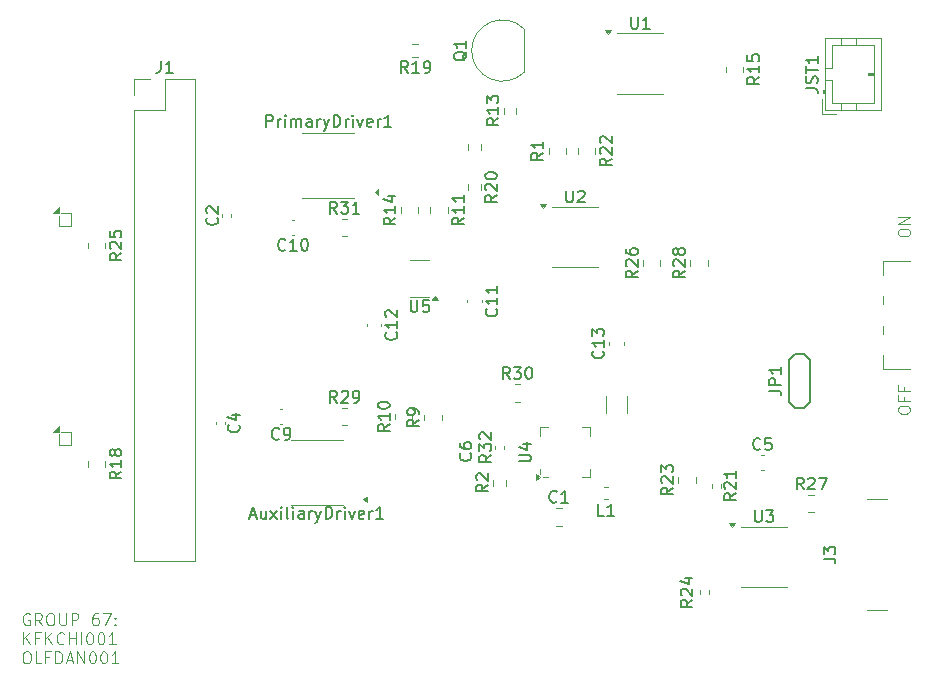
<source format=gbr>
%TF.GenerationSoftware,KiCad,Pcbnew,9.0.0*%
%TF.CreationDate,2025-03-28T01:08:04+02:00*%
%TF.ProjectId,MM,4d4d2e6b-6963-4616-945f-706362585858,rev?*%
%TF.SameCoordinates,Original*%
%TF.FileFunction,Legend,Top*%
%TF.FilePolarity,Positive*%
%FSLAX46Y46*%
G04 Gerber Fmt 4.6, Leading zero omitted, Abs format (unit mm)*
G04 Created by KiCad (PCBNEW 9.0.0) date 2025-03-28 01:08:04*
%MOMM*%
%LPD*%
G01*
G04 APERTURE LIST*
%ADD10C,0.100000*%
%ADD11C,0.150000*%
%ADD12C,0.120000*%
G04 APERTURE END LIST*
D10*
X192372419Y-91505639D02*
X192372419Y-91315163D01*
X192372419Y-91315163D02*
X192420038Y-91219925D01*
X192420038Y-91219925D02*
X192515276Y-91124687D01*
X192515276Y-91124687D02*
X192705752Y-91077068D01*
X192705752Y-91077068D02*
X193039085Y-91077068D01*
X193039085Y-91077068D02*
X193229561Y-91124687D01*
X193229561Y-91124687D02*
X193324800Y-91219925D01*
X193324800Y-91219925D02*
X193372419Y-91315163D01*
X193372419Y-91315163D02*
X193372419Y-91505639D01*
X193372419Y-91505639D02*
X193324800Y-91600877D01*
X193324800Y-91600877D02*
X193229561Y-91696115D01*
X193229561Y-91696115D02*
X193039085Y-91743734D01*
X193039085Y-91743734D02*
X192705752Y-91743734D01*
X192705752Y-91743734D02*
X192515276Y-91696115D01*
X192515276Y-91696115D02*
X192420038Y-91600877D01*
X192420038Y-91600877D02*
X192372419Y-91505639D01*
X192848609Y-90315163D02*
X192848609Y-90648496D01*
X193372419Y-90648496D02*
X192372419Y-90648496D01*
X192372419Y-90648496D02*
X192372419Y-90172306D01*
X192848609Y-89458020D02*
X192848609Y-89791353D01*
X193372419Y-89791353D02*
X192372419Y-89791353D01*
X192372419Y-89791353D02*
X192372419Y-89315163D01*
X192372419Y-76505639D02*
X192372419Y-76315163D01*
X192372419Y-76315163D02*
X192420038Y-76219925D01*
X192420038Y-76219925D02*
X192515276Y-76124687D01*
X192515276Y-76124687D02*
X192705752Y-76077068D01*
X192705752Y-76077068D02*
X193039085Y-76077068D01*
X193039085Y-76077068D02*
X193229561Y-76124687D01*
X193229561Y-76124687D02*
X193324800Y-76219925D01*
X193324800Y-76219925D02*
X193372419Y-76315163D01*
X193372419Y-76315163D02*
X193372419Y-76505639D01*
X193372419Y-76505639D02*
X193324800Y-76600877D01*
X193324800Y-76600877D02*
X193229561Y-76696115D01*
X193229561Y-76696115D02*
X193039085Y-76743734D01*
X193039085Y-76743734D02*
X192705752Y-76743734D01*
X192705752Y-76743734D02*
X192515276Y-76696115D01*
X192515276Y-76696115D02*
X192420038Y-76600877D01*
X192420038Y-76600877D02*
X192372419Y-76505639D01*
X193372419Y-75648496D02*
X192372419Y-75648496D01*
X192372419Y-75648496D02*
X193372419Y-75077068D01*
X193372419Y-75077068D02*
X192372419Y-75077068D01*
X118827693Y-108700150D02*
X118732455Y-108652531D01*
X118732455Y-108652531D02*
X118589598Y-108652531D01*
X118589598Y-108652531D02*
X118446741Y-108700150D01*
X118446741Y-108700150D02*
X118351503Y-108795388D01*
X118351503Y-108795388D02*
X118303884Y-108890626D01*
X118303884Y-108890626D02*
X118256265Y-109081102D01*
X118256265Y-109081102D02*
X118256265Y-109223959D01*
X118256265Y-109223959D02*
X118303884Y-109414435D01*
X118303884Y-109414435D02*
X118351503Y-109509673D01*
X118351503Y-109509673D02*
X118446741Y-109604912D01*
X118446741Y-109604912D02*
X118589598Y-109652531D01*
X118589598Y-109652531D02*
X118684836Y-109652531D01*
X118684836Y-109652531D02*
X118827693Y-109604912D01*
X118827693Y-109604912D02*
X118875312Y-109557292D01*
X118875312Y-109557292D02*
X118875312Y-109223959D01*
X118875312Y-109223959D02*
X118684836Y-109223959D01*
X119875312Y-109652531D02*
X119541979Y-109176340D01*
X119303884Y-109652531D02*
X119303884Y-108652531D01*
X119303884Y-108652531D02*
X119684836Y-108652531D01*
X119684836Y-108652531D02*
X119780074Y-108700150D01*
X119780074Y-108700150D02*
X119827693Y-108747769D01*
X119827693Y-108747769D02*
X119875312Y-108843007D01*
X119875312Y-108843007D02*
X119875312Y-108985864D01*
X119875312Y-108985864D02*
X119827693Y-109081102D01*
X119827693Y-109081102D02*
X119780074Y-109128721D01*
X119780074Y-109128721D02*
X119684836Y-109176340D01*
X119684836Y-109176340D02*
X119303884Y-109176340D01*
X120494360Y-108652531D02*
X120684836Y-108652531D01*
X120684836Y-108652531D02*
X120780074Y-108700150D01*
X120780074Y-108700150D02*
X120875312Y-108795388D01*
X120875312Y-108795388D02*
X120922931Y-108985864D01*
X120922931Y-108985864D02*
X120922931Y-109319197D01*
X120922931Y-109319197D02*
X120875312Y-109509673D01*
X120875312Y-109509673D02*
X120780074Y-109604912D01*
X120780074Y-109604912D02*
X120684836Y-109652531D01*
X120684836Y-109652531D02*
X120494360Y-109652531D01*
X120494360Y-109652531D02*
X120399122Y-109604912D01*
X120399122Y-109604912D02*
X120303884Y-109509673D01*
X120303884Y-109509673D02*
X120256265Y-109319197D01*
X120256265Y-109319197D02*
X120256265Y-108985864D01*
X120256265Y-108985864D02*
X120303884Y-108795388D01*
X120303884Y-108795388D02*
X120399122Y-108700150D01*
X120399122Y-108700150D02*
X120494360Y-108652531D01*
X121351503Y-108652531D02*
X121351503Y-109462054D01*
X121351503Y-109462054D02*
X121399122Y-109557292D01*
X121399122Y-109557292D02*
X121446741Y-109604912D01*
X121446741Y-109604912D02*
X121541979Y-109652531D01*
X121541979Y-109652531D02*
X121732455Y-109652531D01*
X121732455Y-109652531D02*
X121827693Y-109604912D01*
X121827693Y-109604912D02*
X121875312Y-109557292D01*
X121875312Y-109557292D02*
X121922931Y-109462054D01*
X121922931Y-109462054D02*
X121922931Y-108652531D01*
X122399122Y-109652531D02*
X122399122Y-108652531D01*
X122399122Y-108652531D02*
X122780074Y-108652531D01*
X122780074Y-108652531D02*
X122875312Y-108700150D01*
X122875312Y-108700150D02*
X122922931Y-108747769D01*
X122922931Y-108747769D02*
X122970550Y-108843007D01*
X122970550Y-108843007D02*
X122970550Y-108985864D01*
X122970550Y-108985864D02*
X122922931Y-109081102D01*
X122922931Y-109081102D02*
X122875312Y-109128721D01*
X122875312Y-109128721D02*
X122780074Y-109176340D01*
X122780074Y-109176340D02*
X122399122Y-109176340D01*
X124589598Y-108652531D02*
X124399122Y-108652531D01*
X124399122Y-108652531D02*
X124303884Y-108700150D01*
X124303884Y-108700150D02*
X124256265Y-108747769D01*
X124256265Y-108747769D02*
X124161027Y-108890626D01*
X124161027Y-108890626D02*
X124113408Y-109081102D01*
X124113408Y-109081102D02*
X124113408Y-109462054D01*
X124113408Y-109462054D02*
X124161027Y-109557292D01*
X124161027Y-109557292D02*
X124208646Y-109604912D01*
X124208646Y-109604912D02*
X124303884Y-109652531D01*
X124303884Y-109652531D02*
X124494360Y-109652531D01*
X124494360Y-109652531D02*
X124589598Y-109604912D01*
X124589598Y-109604912D02*
X124637217Y-109557292D01*
X124637217Y-109557292D02*
X124684836Y-109462054D01*
X124684836Y-109462054D02*
X124684836Y-109223959D01*
X124684836Y-109223959D02*
X124637217Y-109128721D01*
X124637217Y-109128721D02*
X124589598Y-109081102D01*
X124589598Y-109081102D02*
X124494360Y-109033483D01*
X124494360Y-109033483D02*
X124303884Y-109033483D01*
X124303884Y-109033483D02*
X124208646Y-109081102D01*
X124208646Y-109081102D02*
X124161027Y-109128721D01*
X124161027Y-109128721D02*
X124113408Y-109223959D01*
X125018170Y-108652531D02*
X125684836Y-108652531D01*
X125684836Y-108652531D02*
X125256265Y-109652531D01*
X126065789Y-109557292D02*
X126113408Y-109604912D01*
X126113408Y-109604912D02*
X126065789Y-109652531D01*
X126065789Y-109652531D02*
X126018170Y-109604912D01*
X126018170Y-109604912D02*
X126065789Y-109557292D01*
X126065789Y-109557292D02*
X126065789Y-109652531D01*
X126065789Y-109033483D02*
X126113408Y-109081102D01*
X126113408Y-109081102D02*
X126065789Y-109128721D01*
X126065789Y-109128721D02*
X126018170Y-109081102D01*
X126018170Y-109081102D02*
X126065789Y-109033483D01*
X126065789Y-109033483D02*
X126065789Y-109128721D01*
X118303884Y-111262475D02*
X118303884Y-110262475D01*
X118875312Y-111262475D02*
X118446741Y-110691046D01*
X118875312Y-110262475D02*
X118303884Y-110833903D01*
X119637217Y-110738665D02*
X119303884Y-110738665D01*
X119303884Y-111262475D02*
X119303884Y-110262475D01*
X119303884Y-110262475D02*
X119780074Y-110262475D01*
X120161027Y-111262475D02*
X120161027Y-110262475D01*
X120732455Y-111262475D02*
X120303884Y-110691046D01*
X120732455Y-110262475D02*
X120161027Y-110833903D01*
X121732455Y-111167236D02*
X121684836Y-111214856D01*
X121684836Y-111214856D02*
X121541979Y-111262475D01*
X121541979Y-111262475D02*
X121446741Y-111262475D01*
X121446741Y-111262475D02*
X121303884Y-111214856D01*
X121303884Y-111214856D02*
X121208646Y-111119617D01*
X121208646Y-111119617D02*
X121161027Y-111024379D01*
X121161027Y-111024379D02*
X121113408Y-110833903D01*
X121113408Y-110833903D02*
X121113408Y-110691046D01*
X121113408Y-110691046D02*
X121161027Y-110500570D01*
X121161027Y-110500570D02*
X121208646Y-110405332D01*
X121208646Y-110405332D02*
X121303884Y-110310094D01*
X121303884Y-110310094D02*
X121446741Y-110262475D01*
X121446741Y-110262475D02*
X121541979Y-110262475D01*
X121541979Y-110262475D02*
X121684836Y-110310094D01*
X121684836Y-110310094D02*
X121732455Y-110357713D01*
X122161027Y-111262475D02*
X122161027Y-110262475D01*
X122161027Y-110738665D02*
X122732455Y-110738665D01*
X122732455Y-111262475D02*
X122732455Y-110262475D01*
X123208646Y-111262475D02*
X123208646Y-110262475D01*
X123875312Y-110262475D02*
X123970550Y-110262475D01*
X123970550Y-110262475D02*
X124065788Y-110310094D01*
X124065788Y-110310094D02*
X124113407Y-110357713D01*
X124113407Y-110357713D02*
X124161026Y-110452951D01*
X124161026Y-110452951D02*
X124208645Y-110643427D01*
X124208645Y-110643427D02*
X124208645Y-110881522D01*
X124208645Y-110881522D02*
X124161026Y-111071998D01*
X124161026Y-111071998D02*
X124113407Y-111167236D01*
X124113407Y-111167236D02*
X124065788Y-111214856D01*
X124065788Y-111214856D02*
X123970550Y-111262475D01*
X123970550Y-111262475D02*
X123875312Y-111262475D01*
X123875312Y-111262475D02*
X123780074Y-111214856D01*
X123780074Y-111214856D02*
X123732455Y-111167236D01*
X123732455Y-111167236D02*
X123684836Y-111071998D01*
X123684836Y-111071998D02*
X123637217Y-110881522D01*
X123637217Y-110881522D02*
X123637217Y-110643427D01*
X123637217Y-110643427D02*
X123684836Y-110452951D01*
X123684836Y-110452951D02*
X123732455Y-110357713D01*
X123732455Y-110357713D02*
X123780074Y-110310094D01*
X123780074Y-110310094D02*
X123875312Y-110262475D01*
X124827693Y-110262475D02*
X124922931Y-110262475D01*
X124922931Y-110262475D02*
X125018169Y-110310094D01*
X125018169Y-110310094D02*
X125065788Y-110357713D01*
X125065788Y-110357713D02*
X125113407Y-110452951D01*
X125113407Y-110452951D02*
X125161026Y-110643427D01*
X125161026Y-110643427D02*
X125161026Y-110881522D01*
X125161026Y-110881522D02*
X125113407Y-111071998D01*
X125113407Y-111071998D02*
X125065788Y-111167236D01*
X125065788Y-111167236D02*
X125018169Y-111214856D01*
X125018169Y-111214856D02*
X124922931Y-111262475D01*
X124922931Y-111262475D02*
X124827693Y-111262475D01*
X124827693Y-111262475D02*
X124732455Y-111214856D01*
X124732455Y-111214856D02*
X124684836Y-111167236D01*
X124684836Y-111167236D02*
X124637217Y-111071998D01*
X124637217Y-111071998D02*
X124589598Y-110881522D01*
X124589598Y-110881522D02*
X124589598Y-110643427D01*
X124589598Y-110643427D02*
X124637217Y-110452951D01*
X124637217Y-110452951D02*
X124684836Y-110357713D01*
X124684836Y-110357713D02*
X124732455Y-110310094D01*
X124732455Y-110310094D02*
X124827693Y-110262475D01*
X126113407Y-111262475D02*
X125541979Y-111262475D01*
X125827693Y-111262475D02*
X125827693Y-110262475D01*
X125827693Y-110262475D02*
X125732455Y-110405332D01*
X125732455Y-110405332D02*
X125637217Y-110500570D01*
X125637217Y-110500570D02*
X125541979Y-110548189D01*
X118494360Y-111872419D02*
X118684836Y-111872419D01*
X118684836Y-111872419D02*
X118780074Y-111920038D01*
X118780074Y-111920038D02*
X118875312Y-112015276D01*
X118875312Y-112015276D02*
X118922931Y-112205752D01*
X118922931Y-112205752D02*
X118922931Y-112539085D01*
X118922931Y-112539085D02*
X118875312Y-112729561D01*
X118875312Y-112729561D02*
X118780074Y-112824800D01*
X118780074Y-112824800D02*
X118684836Y-112872419D01*
X118684836Y-112872419D02*
X118494360Y-112872419D01*
X118494360Y-112872419D02*
X118399122Y-112824800D01*
X118399122Y-112824800D02*
X118303884Y-112729561D01*
X118303884Y-112729561D02*
X118256265Y-112539085D01*
X118256265Y-112539085D02*
X118256265Y-112205752D01*
X118256265Y-112205752D02*
X118303884Y-112015276D01*
X118303884Y-112015276D02*
X118399122Y-111920038D01*
X118399122Y-111920038D02*
X118494360Y-111872419D01*
X119827693Y-112872419D02*
X119351503Y-112872419D01*
X119351503Y-112872419D02*
X119351503Y-111872419D01*
X120494360Y-112348609D02*
X120161027Y-112348609D01*
X120161027Y-112872419D02*
X120161027Y-111872419D01*
X120161027Y-111872419D02*
X120637217Y-111872419D01*
X121018170Y-112872419D02*
X121018170Y-111872419D01*
X121018170Y-111872419D02*
X121256265Y-111872419D01*
X121256265Y-111872419D02*
X121399122Y-111920038D01*
X121399122Y-111920038D02*
X121494360Y-112015276D01*
X121494360Y-112015276D02*
X121541979Y-112110514D01*
X121541979Y-112110514D02*
X121589598Y-112300990D01*
X121589598Y-112300990D02*
X121589598Y-112443847D01*
X121589598Y-112443847D02*
X121541979Y-112634323D01*
X121541979Y-112634323D02*
X121494360Y-112729561D01*
X121494360Y-112729561D02*
X121399122Y-112824800D01*
X121399122Y-112824800D02*
X121256265Y-112872419D01*
X121256265Y-112872419D02*
X121018170Y-112872419D01*
X121970551Y-112586704D02*
X122446741Y-112586704D01*
X121875313Y-112872419D02*
X122208646Y-111872419D01*
X122208646Y-111872419D02*
X122541979Y-112872419D01*
X122875313Y-112872419D02*
X122875313Y-111872419D01*
X122875313Y-111872419D02*
X123446741Y-112872419D01*
X123446741Y-112872419D02*
X123446741Y-111872419D01*
X124113408Y-111872419D02*
X124208646Y-111872419D01*
X124208646Y-111872419D02*
X124303884Y-111920038D01*
X124303884Y-111920038D02*
X124351503Y-111967657D01*
X124351503Y-111967657D02*
X124399122Y-112062895D01*
X124399122Y-112062895D02*
X124446741Y-112253371D01*
X124446741Y-112253371D02*
X124446741Y-112491466D01*
X124446741Y-112491466D02*
X124399122Y-112681942D01*
X124399122Y-112681942D02*
X124351503Y-112777180D01*
X124351503Y-112777180D02*
X124303884Y-112824800D01*
X124303884Y-112824800D02*
X124208646Y-112872419D01*
X124208646Y-112872419D02*
X124113408Y-112872419D01*
X124113408Y-112872419D02*
X124018170Y-112824800D01*
X124018170Y-112824800D02*
X123970551Y-112777180D01*
X123970551Y-112777180D02*
X123922932Y-112681942D01*
X123922932Y-112681942D02*
X123875313Y-112491466D01*
X123875313Y-112491466D02*
X123875313Y-112253371D01*
X123875313Y-112253371D02*
X123922932Y-112062895D01*
X123922932Y-112062895D02*
X123970551Y-111967657D01*
X123970551Y-111967657D02*
X124018170Y-111920038D01*
X124018170Y-111920038D02*
X124113408Y-111872419D01*
X125065789Y-111872419D02*
X125161027Y-111872419D01*
X125161027Y-111872419D02*
X125256265Y-111920038D01*
X125256265Y-111920038D02*
X125303884Y-111967657D01*
X125303884Y-111967657D02*
X125351503Y-112062895D01*
X125351503Y-112062895D02*
X125399122Y-112253371D01*
X125399122Y-112253371D02*
X125399122Y-112491466D01*
X125399122Y-112491466D02*
X125351503Y-112681942D01*
X125351503Y-112681942D02*
X125303884Y-112777180D01*
X125303884Y-112777180D02*
X125256265Y-112824800D01*
X125256265Y-112824800D02*
X125161027Y-112872419D01*
X125161027Y-112872419D02*
X125065789Y-112872419D01*
X125065789Y-112872419D02*
X124970551Y-112824800D01*
X124970551Y-112824800D02*
X124922932Y-112777180D01*
X124922932Y-112777180D02*
X124875313Y-112681942D01*
X124875313Y-112681942D02*
X124827694Y-112491466D01*
X124827694Y-112491466D02*
X124827694Y-112253371D01*
X124827694Y-112253371D02*
X124875313Y-112062895D01*
X124875313Y-112062895D02*
X124922932Y-111967657D01*
X124922932Y-111967657D02*
X124970551Y-111920038D01*
X124970551Y-111920038D02*
X125065789Y-111872419D01*
X126351503Y-112872419D02*
X125780075Y-112872419D01*
X126065789Y-112872419D02*
X126065789Y-111872419D01*
X126065789Y-111872419D02*
X125970551Y-112015276D01*
X125970551Y-112015276D02*
X125875313Y-112110514D01*
X125875313Y-112110514D02*
X125780075Y-112158133D01*
D11*
X134699580Y-75146666D02*
X134747200Y-75194285D01*
X134747200Y-75194285D02*
X134794819Y-75337142D01*
X134794819Y-75337142D02*
X134794819Y-75432380D01*
X134794819Y-75432380D02*
X134747200Y-75575237D01*
X134747200Y-75575237D02*
X134651961Y-75670475D01*
X134651961Y-75670475D02*
X134556723Y-75718094D01*
X134556723Y-75718094D02*
X134366247Y-75765713D01*
X134366247Y-75765713D02*
X134223390Y-75765713D01*
X134223390Y-75765713D02*
X134032914Y-75718094D01*
X134032914Y-75718094D02*
X133937676Y-75670475D01*
X133937676Y-75670475D02*
X133842438Y-75575237D01*
X133842438Y-75575237D02*
X133794819Y-75432380D01*
X133794819Y-75432380D02*
X133794819Y-75337142D01*
X133794819Y-75337142D02*
X133842438Y-75194285D01*
X133842438Y-75194285D02*
X133890057Y-75146666D01*
X133890057Y-74765713D02*
X133842438Y-74718094D01*
X133842438Y-74718094D02*
X133794819Y-74622856D01*
X133794819Y-74622856D02*
X133794819Y-74384761D01*
X133794819Y-74384761D02*
X133842438Y-74289523D01*
X133842438Y-74289523D02*
X133890057Y-74241904D01*
X133890057Y-74241904D02*
X133985295Y-74194285D01*
X133985295Y-74194285D02*
X134080533Y-74194285D01*
X134080533Y-74194285D02*
X134223390Y-74241904D01*
X134223390Y-74241904D02*
X134794819Y-74813332D01*
X134794819Y-74813332D02*
X134794819Y-74194285D01*
X155604819Y-75142857D02*
X155128628Y-75476190D01*
X155604819Y-75714285D02*
X154604819Y-75714285D01*
X154604819Y-75714285D02*
X154604819Y-75333333D01*
X154604819Y-75333333D02*
X154652438Y-75238095D01*
X154652438Y-75238095D02*
X154700057Y-75190476D01*
X154700057Y-75190476D02*
X154795295Y-75142857D01*
X154795295Y-75142857D02*
X154938152Y-75142857D01*
X154938152Y-75142857D02*
X155033390Y-75190476D01*
X155033390Y-75190476D02*
X155081009Y-75238095D01*
X155081009Y-75238095D02*
X155128628Y-75333333D01*
X155128628Y-75333333D02*
X155128628Y-75714285D01*
X155604819Y-74190476D02*
X155604819Y-74761904D01*
X155604819Y-74476190D02*
X154604819Y-74476190D01*
X154604819Y-74476190D02*
X154747676Y-74571428D01*
X154747676Y-74571428D02*
X154842914Y-74666666D01*
X154842914Y-74666666D02*
X154890533Y-74761904D01*
X155604819Y-73238095D02*
X155604819Y-73809523D01*
X155604819Y-73523809D02*
X154604819Y-73523809D01*
X154604819Y-73523809D02*
X154747676Y-73619047D01*
X154747676Y-73619047D02*
X154842914Y-73714285D01*
X154842914Y-73714285D02*
X154890533Y-73809523D01*
X157909819Y-95240357D02*
X157433628Y-95573690D01*
X157909819Y-95811785D02*
X156909819Y-95811785D01*
X156909819Y-95811785D02*
X156909819Y-95430833D01*
X156909819Y-95430833D02*
X156957438Y-95335595D01*
X156957438Y-95335595D02*
X157005057Y-95287976D01*
X157005057Y-95287976D02*
X157100295Y-95240357D01*
X157100295Y-95240357D02*
X157243152Y-95240357D01*
X157243152Y-95240357D02*
X157338390Y-95287976D01*
X157338390Y-95287976D02*
X157386009Y-95335595D01*
X157386009Y-95335595D02*
X157433628Y-95430833D01*
X157433628Y-95430833D02*
X157433628Y-95811785D01*
X156909819Y-94907023D02*
X156909819Y-94287976D01*
X156909819Y-94287976D02*
X157290771Y-94621309D01*
X157290771Y-94621309D02*
X157290771Y-94478452D01*
X157290771Y-94478452D02*
X157338390Y-94383214D01*
X157338390Y-94383214D02*
X157386009Y-94335595D01*
X157386009Y-94335595D02*
X157481247Y-94287976D01*
X157481247Y-94287976D02*
X157719342Y-94287976D01*
X157719342Y-94287976D02*
X157814580Y-94335595D01*
X157814580Y-94335595D02*
X157862200Y-94383214D01*
X157862200Y-94383214D02*
X157909819Y-94478452D01*
X157909819Y-94478452D02*
X157909819Y-94764166D01*
X157909819Y-94764166D02*
X157862200Y-94859404D01*
X157862200Y-94859404D02*
X157814580Y-94907023D01*
X157005057Y-93907023D02*
X156957438Y-93859404D01*
X156957438Y-93859404D02*
X156909819Y-93764166D01*
X156909819Y-93764166D02*
X156909819Y-93526071D01*
X156909819Y-93526071D02*
X156957438Y-93430833D01*
X156957438Y-93430833D02*
X157005057Y-93383214D01*
X157005057Y-93383214D02*
X157100295Y-93335595D01*
X157100295Y-93335595D02*
X157195533Y-93335595D01*
X157195533Y-93335595D02*
X157338390Y-93383214D01*
X157338390Y-93383214D02*
X157909819Y-93954642D01*
X157909819Y-93954642D02*
X157909819Y-93335595D01*
X137505952Y-100344104D02*
X137982142Y-100344104D01*
X137410714Y-100629819D02*
X137744047Y-99629819D01*
X137744047Y-99629819D02*
X138077380Y-100629819D01*
X138839285Y-99963152D02*
X138839285Y-100629819D01*
X138410714Y-99963152D02*
X138410714Y-100486961D01*
X138410714Y-100486961D02*
X138458333Y-100582200D01*
X138458333Y-100582200D02*
X138553571Y-100629819D01*
X138553571Y-100629819D02*
X138696428Y-100629819D01*
X138696428Y-100629819D02*
X138791666Y-100582200D01*
X138791666Y-100582200D02*
X138839285Y-100534580D01*
X139220238Y-100629819D02*
X139744047Y-99963152D01*
X139220238Y-99963152D02*
X139744047Y-100629819D01*
X140125000Y-100629819D02*
X140125000Y-99963152D01*
X140125000Y-99629819D02*
X140077381Y-99677438D01*
X140077381Y-99677438D02*
X140125000Y-99725057D01*
X140125000Y-99725057D02*
X140172619Y-99677438D01*
X140172619Y-99677438D02*
X140125000Y-99629819D01*
X140125000Y-99629819D02*
X140125000Y-99725057D01*
X140744047Y-100629819D02*
X140648809Y-100582200D01*
X140648809Y-100582200D02*
X140601190Y-100486961D01*
X140601190Y-100486961D02*
X140601190Y-99629819D01*
X141125000Y-100629819D02*
X141125000Y-99963152D01*
X141125000Y-99629819D02*
X141077381Y-99677438D01*
X141077381Y-99677438D02*
X141125000Y-99725057D01*
X141125000Y-99725057D02*
X141172619Y-99677438D01*
X141172619Y-99677438D02*
X141125000Y-99629819D01*
X141125000Y-99629819D02*
X141125000Y-99725057D01*
X142029761Y-100629819D02*
X142029761Y-100106009D01*
X142029761Y-100106009D02*
X141982142Y-100010771D01*
X141982142Y-100010771D02*
X141886904Y-99963152D01*
X141886904Y-99963152D02*
X141696428Y-99963152D01*
X141696428Y-99963152D02*
X141601190Y-100010771D01*
X142029761Y-100582200D02*
X141934523Y-100629819D01*
X141934523Y-100629819D02*
X141696428Y-100629819D01*
X141696428Y-100629819D02*
X141601190Y-100582200D01*
X141601190Y-100582200D02*
X141553571Y-100486961D01*
X141553571Y-100486961D02*
X141553571Y-100391723D01*
X141553571Y-100391723D02*
X141601190Y-100296485D01*
X141601190Y-100296485D02*
X141696428Y-100248866D01*
X141696428Y-100248866D02*
X141934523Y-100248866D01*
X141934523Y-100248866D02*
X142029761Y-100201247D01*
X142505952Y-100629819D02*
X142505952Y-99963152D01*
X142505952Y-100153628D02*
X142553571Y-100058390D01*
X142553571Y-100058390D02*
X142601190Y-100010771D01*
X142601190Y-100010771D02*
X142696428Y-99963152D01*
X142696428Y-99963152D02*
X142791666Y-99963152D01*
X143029762Y-99963152D02*
X143267857Y-100629819D01*
X143505952Y-99963152D02*
X143267857Y-100629819D01*
X143267857Y-100629819D02*
X143172619Y-100867914D01*
X143172619Y-100867914D02*
X143125000Y-100915533D01*
X143125000Y-100915533D02*
X143029762Y-100963152D01*
X143886905Y-100629819D02*
X143886905Y-99629819D01*
X143886905Y-99629819D02*
X144125000Y-99629819D01*
X144125000Y-99629819D02*
X144267857Y-99677438D01*
X144267857Y-99677438D02*
X144363095Y-99772676D01*
X144363095Y-99772676D02*
X144410714Y-99867914D01*
X144410714Y-99867914D02*
X144458333Y-100058390D01*
X144458333Y-100058390D02*
X144458333Y-100201247D01*
X144458333Y-100201247D02*
X144410714Y-100391723D01*
X144410714Y-100391723D02*
X144363095Y-100486961D01*
X144363095Y-100486961D02*
X144267857Y-100582200D01*
X144267857Y-100582200D02*
X144125000Y-100629819D01*
X144125000Y-100629819D02*
X143886905Y-100629819D01*
X144886905Y-100629819D02*
X144886905Y-99963152D01*
X144886905Y-100153628D02*
X144934524Y-100058390D01*
X144934524Y-100058390D02*
X144982143Y-100010771D01*
X144982143Y-100010771D02*
X145077381Y-99963152D01*
X145077381Y-99963152D02*
X145172619Y-99963152D01*
X145505953Y-100629819D02*
X145505953Y-99963152D01*
X145505953Y-99629819D02*
X145458334Y-99677438D01*
X145458334Y-99677438D02*
X145505953Y-99725057D01*
X145505953Y-99725057D02*
X145553572Y-99677438D01*
X145553572Y-99677438D02*
X145505953Y-99629819D01*
X145505953Y-99629819D02*
X145505953Y-99725057D01*
X145886905Y-99963152D02*
X146125000Y-100629819D01*
X146125000Y-100629819D02*
X146363095Y-99963152D01*
X147125000Y-100582200D02*
X147029762Y-100629819D01*
X147029762Y-100629819D02*
X146839286Y-100629819D01*
X146839286Y-100629819D02*
X146744048Y-100582200D01*
X146744048Y-100582200D02*
X146696429Y-100486961D01*
X146696429Y-100486961D02*
X146696429Y-100106009D01*
X146696429Y-100106009D02*
X146744048Y-100010771D01*
X146744048Y-100010771D02*
X146839286Y-99963152D01*
X146839286Y-99963152D02*
X147029762Y-99963152D01*
X147029762Y-99963152D02*
X147125000Y-100010771D01*
X147125000Y-100010771D02*
X147172619Y-100106009D01*
X147172619Y-100106009D02*
X147172619Y-100201247D01*
X147172619Y-100201247D02*
X146696429Y-100296485D01*
X147601191Y-100629819D02*
X147601191Y-99963152D01*
X147601191Y-100153628D02*
X147648810Y-100058390D01*
X147648810Y-100058390D02*
X147696429Y-100010771D01*
X147696429Y-100010771D02*
X147791667Y-99963152D01*
X147791667Y-99963152D02*
X147886905Y-99963152D01*
X148744048Y-100629819D02*
X148172620Y-100629819D01*
X148458334Y-100629819D02*
X148458334Y-99629819D01*
X148458334Y-99629819D02*
X148363096Y-99772676D01*
X148363096Y-99772676D02*
X148267858Y-99867914D01*
X148267858Y-99867914D02*
X148172620Y-99915533D01*
X174954819Y-107502857D02*
X174478628Y-107836190D01*
X174954819Y-108074285D02*
X173954819Y-108074285D01*
X173954819Y-108074285D02*
X173954819Y-107693333D01*
X173954819Y-107693333D02*
X174002438Y-107598095D01*
X174002438Y-107598095D02*
X174050057Y-107550476D01*
X174050057Y-107550476D02*
X174145295Y-107502857D01*
X174145295Y-107502857D02*
X174288152Y-107502857D01*
X174288152Y-107502857D02*
X174383390Y-107550476D01*
X174383390Y-107550476D02*
X174431009Y-107598095D01*
X174431009Y-107598095D02*
X174478628Y-107693333D01*
X174478628Y-107693333D02*
X174478628Y-108074285D01*
X174050057Y-107121904D02*
X174002438Y-107074285D01*
X174002438Y-107074285D02*
X173954819Y-106979047D01*
X173954819Y-106979047D02*
X173954819Y-106740952D01*
X173954819Y-106740952D02*
X174002438Y-106645714D01*
X174002438Y-106645714D02*
X174050057Y-106598095D01*
X174050057Y-106598095D02*
X174145295Y-106550476D01*
X174145295Y-106550476D02*
X174240533Y-106550476D01*
X174240533Y-106550476D02*
X174383390Y-106598095D01*
X174383390Y-106598095D02*
X174954819Y-107169523D01*
X174954819Y-107169523D02*
X174954819Y-106550476D01*
X174288152Y-105693333D02*
X174954819Y-105693333D01*
X173907200Y-105931428D02*
X174621485Y-106169523D01*
X174621485Y-106169523D02*
X174621485Y-105550476D01*
X151100595Y-82129819D02*
X151100595Y-82939342D01*
X151100595Y-82939342D02*
X151148214Y-83034580D01*
X151148214Y-83034580D02*
X151195833Y-83082200D01*
X151195833Y-83082200D02*
X151291071Y-83129819D01*
X151291071Y-83129819D02*
X151481547Y-83129819D01*
X151481547Y-83129819D02*
X151576785Y-83082200D01*
X151576785Y-83082200D02*
X151624404Y-83034580D01*
X151624404Y-83034580D02*
X151672023Y-82939342D01*
X151672023Y-82939342D02*
X151672023Y-82129819D01*
X152624404Y-82129819D02*
X152148214Y-82129819D01*
X152148214Y-82129819D02*
X152100595Y-82606009D01*
X152100595Y-82606009D02*
X152148214Y-82558390D01*
X152148214Y-82558390D02*
X152243452Y-82510771D01*
X152243452Y-82510771D02*
X152481547Y-82510771D01*
X152481547Y-82510771D02*
X152576785Y-82558390D01*
X152576785Y-82558390D02*
X152624404Y-82606009D01*
X152624404Y-82606009D02*
X152672023Y-82701247D01*
X152672023Y-82701247D02*
X152672023Y-82939342D01*
X152672023Y-82939342D02*
X152624404Y-83034580D01*
X152624404Y-83034580D02*
X152576785Y-83082200D01*
X152576785Y-83082200D02*
X152481547Y-83129819D01*
X152481547Y-83129819D02*
X152243452Y-83129819D01*
X152243452Y-83129819D02*
X152148214Y-83082200D01*
X152148214Y-83082200D02*
X152100595Y-83034580D01*
X157649819Y-97754166D02*
X157173628Y-98087499D01*
X157649819Y-98325594D02*
X156649819Y-98325594D01*
X156649819Y-98325594D02*
X156649819Y-97944642D01*
X156649819Y-97944642D02*
X156697438Y-97849404D01*
X156697438Y-97849404D02*
X156745057Y-97801785D01*
X156745057Y-97801785D02*
X156840295Y-97754166D01*
X156840295Y-97754166D02*
X156983152Y-97754166D01*
X156983152Y-97754166D02*
X157078390Y-97801785D01*
X157078390Y-97801785D02*
X157126009Y-97849404D01*
X157126009Y-97849404D02*
X157173628Y-97944642D01*
X157173628Y-97944642D02*
X157173628Y-98325594D01*
X156745057Y-97373213D02*
X156697438Y-97325594D01*
X156697438Y-97325594D02*
X156649819Y-97230356D01*
X156649819Y-97230356D02*
X156649819Y-96992261D01*
X156649819Y-96992261D02*
X156697438Y-96897023D01*
X156697438Y-96897023D02*
X156745057Y-96849404D01*
X156745057Y-96849404D02*
X156840295Y-96801785D01*
X156840295Y-96801785D02*
X156935533Y-96801785D01*
X156935533Y-96801785D02*
X157078390Y-96849404D01*
X157078390Y-96849404D02*
X157649819Y-97420832D01*
X157649819Y-97420832D02*
X157649819Y-96801785D01*
X164263095Y-72854819D02*
X164263095Y-73664342D01*
X164263095Y-73664342D02*
X164310714Y-73759580D01*
X164310714Y-73759580D02*
X164358333Y-73807200D01*
X164358333Y-73807200D02*
X164453571Y-73854819D01*
X164453571Y-73854819D02*
X164644047Y-73854819D01*
X164644047Y-73854819D02*
X164739285Y-73807200D01*
X164739285Y-73807200D02*
X164786904Y-73759580D01*
X164786904Y-73759580D02*
X164834523Y-73664342D01*
X164834523Y-73664342D02*
X164834523Y-72854819D01*
X165263095Y-72950057D02*
X165310714Y-72902438D01*
X165310714Y-72902438D02*
X165405952Y-72854819D01*
X165405952Y-72854819D02*
X165644047Y-72854819D01*
X165644047Y-72854819D02*
X165739285Y-72902438D01*
X165739285Y-72902438D02*
X165786904Y-72950057D01*
X165786904Y-72950057D02*
X165834523Y-73045295D01*
X165834523Y-73045295D02*
X165834523Y-73140533D01*
X165834523Y-73140533D02*
X165786904Y-73283390D01*
X165786904Y-73283390D02*
X165215476Y-73854819D01*
X165215476Y-73854819D02*
X165834523Y-73854819D01*
X155850057Y-61095238D02*
X155802438Y-61190476D01*
X155802438Y-61190476D02*
X155707200Y-61285714D01*
X155707200Y-61285714D02*
X155564342Y-61428571D01*
X155564342Y-61428571D02*
X155516723Y-61523809D01*
X155516723Y-61523809D02*
X155516723Y-61619047D01*
X155754819Y-61571428D02*
X155707200Y-61666666D01*
X155707200Y-61666666D02*
X155611961Y-61761904D01*
X155611961Y-61761904D02*
X155421485Y-61809523D01*
X155421485Y-61809523D02*
X155088152Y-61809523D01*
X155088152Y-61809523D02*
X154897676Y-61761904D01*
X154897676Y-61761904D02*
X154802438Y-61666666D01*
X154802438Y-61666666D02*
X154754819Y-61571428D01*
X154754819Y-61571428D02*
X154754819Y-61380952D01*
X154754819Y-61380952D02*
X154802438Y-61285714D01*
X154802438Y-61285714D02*
X154897676Y-61190476D01*
X154897676Y-61190476D02*
X155088152Y-61142857D01*
X155088152Y-61142857D02*
X155421485Y-61142857D01*
X155421485Y-61142857D02*
X155611961Y-61190476D01*
X155611961Y-61190476D02*
X155707200Y-61285714D01*
X155707200Y-61285714D02*
X155754819Y-61380952D01*
X155754819Y-61380952D02*
X155754819Y-61571428D01*
X155754819Y-60190476D02*
X155754819Y-60761904D01*
X155754819Y-60476190D02*
X154754819Y-60476190D01*
X154754819Y-60476190D02*
X154897676Y-60571428D01*
X154897676Y-60571428D02*
X154992914Y-60666666D01*
X154992914Y-60666666D02*
X155040533Y-60761904D01*
X149304819Y-92642857D02*
X148828628Y-92976190D01*
X149304819Y-93214285D02*
X148304819Y-93214285D01*
X148304819Y-93214285D02*
X148304819Y-92833333D01*
X148304819Y-92833333D02*
X148352438Y-92738095D01*
X148352438Y-92738095D02*
X148400057Y-92690476D01*
X148400057Y-92690476D02*
X148495295Y-92642857D01*
X148495295Y-92642857D02*
X148638152Y-92642857D01*
X148638152Y-92642857D02*
X148733390Y-92690476D01*
X148733390Y-92690476D02*
X148781009Y-92738095D01*
X148781009Y-92738095D02*
X148828628Y-92833333D01*
X148828628Y-92833333D02*
X148828628Y-93214285D01*
X149304819Y-91690476D02*
X149304819Y-92261904D01*
X149304819Y-91976190D02*
X148304819Y-91976190D01*
X148304819Y-91976190D02*
X148447676Y-92071428D01*
X148447676Y-92071428D02*
X148542914Y-92166666D01*
X148542914Y-92166666D02*
X148590533Y-92261904D01*
X148304819Y-91071428D02*
X148304819Y-90976190D01*
X148304819Y-90976190D02*
X148352438Y-90880952D01*
X148352438Y-90880952D02*
X148400057Y-90833333D01*
X148400057Y-90833333D02*
X148495295Y-90785714D01*
X148495295Y-90785714D02*
X148685771Y-90738095D01*
X148685771Y-90738095D02*
X148923866Y-90738095D01*
X148923866Y-90738095D02*
X149114342Y-90785714D01*
X149114342Y-90785714D02*
X149209580Y-90833333D01*
X149209580Y-90833333D02*
X149257200Y-90880952D01*
X149257200Y-90880952D02*
X149304819Y-90976190D01*
X149304819Y-90976190D02*
X149304819Y-91071428D01*
X149304819Y-91071428D02*
X149257200Y-91166666D01*
X149257200Y-91166666D02*
X149209580Y-91214285D01*
X149209580Y-91214285D02*
X149114342Y-91261904D01*
X149114342Y-91261904D02*
X148923866Y-91309523D01*
X148923866Y-91309523D02*
X148685771Y-91309523D01*
X148685771Y-91309523D02*
X148495295Y-91261904D01*
X148495295Y-91261904D02*
X148400057Y-91214285D01*
X148400057Y-91214285D02*
X148352438Y-91166666D01*
X148352438Y-91166666D02*
X148304819Y-91071428D01*
X168104819Y-70142857D02*
X167628628Y-70476190D01*
X168104819Y-70714285D02*
X167104819Y-70714285D01*
X167104819Y-70714285D02*
X167104819Y-70333333D01*
X167104819Y-70333333D02*
X167152438Y-70238095D01*
X167152438Y-70238095D02*
X167200057Y-70190476D01*
X167200057Y-70190476D02*
X167295295Y-70142857D01*
X167295295Y-70142857D02*
X167438152Y-70142857D01*
X167438152Y-70142857D02*
X167533390Y-70190476D01*
X167533390Y-70190476D02*
X167581009Y-70238095D01*
X167581009Y-70238095D02*
X167628628Y-70333333D01*
X167628628Y-70333333D02*
X167628628Y-70714285D01*
X167200057Y-69761904D02*
X167152438Y-69714285D01*
X167152438Y-69714285D02*
X167104819Y-69619047D01*
X167104819Y-69619047D02*
X167104819Y-69380952D01*
X167104819Y-69380952D02*
X167152438Y-69285714D01*
X167152438Y-69285714D02*
X167200057Y-69238095D01*
X167200057Y-69238095D02*
X167295295Y-69190476D01*
X167295295Y-69190476D02*
X167390533Y-69190476D01*
X167390533Y-69190476D02*
X167533390Y-69238095D01*
X167533390Y-69238095D02*
X168104819Y-69809523D01*
X168104819Y-69809523D02*
X168104819Y-69190476D01*
X167200057Y-68809523D02*
X167152438Y-68761904D01*
X167152438Y-68761904D02*
X167104819Y-68666666D01*
X167104819Y-68666666D02*
X167104819Y-68428571D01*
X167104819Y-68428571D02*
X167152438Y-68333333D01*
X167152438Y-68333333D02*
X167200057Y-68285714D01*
X167200057Y-68285714D02*
X167295295Y-68238095D01*
X167295295Y-68238095D02*
X167390533Y-68238095D01*
X167390533Y-68238095D02*
X167533390Y-68285714D01*
X167533390Y-68285714D02*
X168104819Y-68857142D01*
X168104819Y-68857142D02*
X168104819Y-68238095D01*
X158384819Y-73230357D02*
X157908628Y-73563690D01*
X158384819Y-73801785D02*
X157384819Y-73801785D01*
X157384819Y-73801785D02*
X157384819Y-73420833D01*
X157384819Y-73420833D02*
X157432438Y-73325595D01*
X157432438Y-73325595D02*
X157480057Y-73277976D01*
X157480057Y-73277976D02*
X157575295Y-73230357D01*
X157575295Y-73230357D02*
X157718152Y-73230357D01*
X157718152Y-73230357D02*
X157813390Y-73277976D01*
X157813390Y-73277976D02*
X157861009Y-73325595D01*
X157861009Y-73325595D02*
X157908628Y-73420833D01*
X157908628Y-73420833D02*
X157908628Y-73801785D01*
X157480057Y-72849404D02*
X157432438Y-72801785D01*
X157432438Y-72801785D02*
X157384819Y-72706547D01*
X157384819Y-72706547D02*
X157384819Y-72468452D01*
X157384819Y-72468452D02*
X157432438Y-72373214D01*
X157432438Y-72373214D02*
X157480057Y-72325595D01*
X157480057Y-72325595D02*
X157575295Y-72277976D01*
X157575295Y-72277976D02*
X157670533Y-72277976D01*
X157670533Y-72277976D02*
X157813390Y-72325595D01*
X157813390Y-72325595D02*
X158384819Y-72897023D01*
X158384819Y-72897023D02*
X158384819Y-72277976D01*
X157384819Y-71658928D02*
X157384819Y-71563690D01*
X157384819Y-71563690D02*
X157432438Y-71468452D01*
X157432438Y-71468452D02*
X157480057Y-71420833D01*
X157480057Y-71420833D02*
X157575295Y-71373214D01*
X157575295Y-71373214D02*
X157765771Y-71325595D01*
X157765771Y-71325595D02*
X158003866Y-71325595D01*
X158003866Y-71325595D02*
X158194342Y-71373214D01*
X158194342Y-71373214D02*
X158289580Y-71420833D01*
X158289580Y-71420833D02*
X158337200Y-71468452D01*
X158337200Y-71468452D02*
X158384819Y-71563690D01*
X158384819Y-71563690D02*
X158384819Y-71658928D01*
X158384819Y-71658928D02*
X158337200Y-71754166D01*
X158337200Y-71754166D02*
X158289580Y-71801785D01*
X158289580Y-71801785D02*
X158194342Y-71849404D01*
X158194342Y-71849404D02*
X158003866Y-71897023D01*
X158003866Y-71897023D02*
X157765771Y-71897023D01*
X157765771Y-71897023D02*
X157575295Y-71849404D01*
X157575295Y-71849404D02*
X157480057Y-71801785D01*
X157480057Y-71801785D02*
X157432438Y-71754166D01*
X157432438Y-71754166D02*
X157384819Y-71658928D01*
X174304819Y-79642857D02*
X173828628Y-79976190D01*
X174304819Y-80214285D02*
X173304819Y-80214285D01*
X173304819Y-80214285D02*
X173304819Y-79833333D01*
X173304819Y-79833333D02*
X173352438Y-79738095D01*
X173352438Y-79738095D02*
X173400057Y-79690476D01*
X173400057Y-79690476D02*
X173495295Y-79642857D01*
X173495295Y-79642857D02*
X173638152Y-79642857D01*
X173638152Y-79642857D02*
X173733390Y-79690476D01*
X173733390Y-79690476D02*
X173781009Y-79738095D01*
X173781009Y-79738095D02*
X173828628Y-79833333D01*
X173828628Y-79833333D02*
X173828628Y-80214285D01*
X173400057Y-79261904D02*
X173352438Y-79214285D01*
X173352438Y-79214285D02*
X173304819Y-79119047D01*
X173304819Y-79119047D02*
X173304819Y-78880952D01*
X173304819Y-78880952D02*
X173352438Y-78785714D01*
X173352438Y-78785714D02*
X173400057Y-78738095D01*
X173400057Y-78738095D02*
X173495295Y-78690476D01*
X173495295Y-78690476D02*
X173590533Y-78690476D01*
X173590533Y-78690476D02*
X173733390Y-78738095D01*
X173733390Y-78738095D02*
X174304819Y-79309523D01*
X174304819Y-79309523D02*
X174304819Y-78690476D01*
X173733390Y-78119047D02*
X173685771Y-78214285D01*
X173685771Y-78214285D02*
X173638152Y-78261904D01*
X173638152Y-78261904D02*
X173542914Y-78309523D01*
X173542914Y-78309523D02*
X173495295Y-78309523D01*
X173495295Y-78309523D02*
X173400057Y-78261904D01*
X173400057Y-78261904D02*
X173352438Y-78214285D01*
X173352438Y-78214285D02*
X173304819Y-78119047D01*
X173304819Y-78119047D02*
X173304819Y-77928571D01*
X173304819Y-77928571D02*
X173352438Y-77833333D01*
X173352438Y-77833333D02*
X173400057Y-77785714D01*
X173400057Y-77785714D02*
X173495295Y-77738095D01*
X173495295Y-77738095D02*
X173542914Y-77738095D01*
X173542914Y-77738095D02*
X173638152Y-77785714D01*
X173638152Y-77785714D02*
X173685771Y-77833333D01*
X173685771Y-77833333D02*
X173733390Y-77928571D01*
X173733390Y-77928571D02*
X173733390Y-78119047D01*
X173733390Y-78119047D02*
X173781009Y-78214285D01*
X173781009Y-78214285D02*
X173828628Y-78261904D01*
X173828628Y-78261904D02*
X173923866Y-78309523D01*
X173923866Y-78309523D02*
X174114342Y-78309523D01*
X174114342Y-78309523D02*
X174209580Y-78261904D01*
X174209580Y-78261904D02*
X174257200Y-78214285D01*
X174257200Y-78214285D02*
X174304819Y-78119047D01*
X174304819Y-78119047D02*
X174304819Y-77928571D01*
X174304819Y-77928571D02*
X174257200Y-77833333D01*
X174257200Y-77833333D02*
X174209580Y-77785714D01*
X174209580Y-77785714D02*
X174114342Y-77738095D01*
X174114342Y-77738095D02*
X173923866Y-77738095D01*
X173923866Y-77738095D02*
X173828628Y-77785714D01*
X173828628Y-77785714D02*
X173781009Y-77833333D01*
X173781009Y-77833333D02*
X173733390Y-77928571D01*
X180238095Y-99914819D02*
X180238095Y-100724342D01*
X180238095Y-100724342D02*
X180285714Y-100819580D01*
X180285714Y-100819580D02*
X180333333Y-100867200D01*
X180333333Y-100867200D02*
X180428571Y-100914819D01*
X180428571Y-100914819D02*
X180619047Y-100914819D01*
X180619047Y-100914819D02*
X180714285Y-100867200D01*
X180714285Y-100867200D02*
X180761904Y-100819580D01*
X180761904Y-100819580D02*
X180809523Y-100724342D01*
X180809523Y-100724342D02*
X180809523Y-99914819D01*
X181190476Y-99914819D02*
X181809523Y-99914819D01*
X181809523Y-99914819D02*
X181476190Y-100295771D01*
X181476190Y-100295771D02*
X181619047Y-100295771D01*
X181619047Y-100295771D02*
X181714285Y-100343390D01*
X181714285Y-100343390D02*
X181761904Y-100391009D01*
X181761904Y-100391009D02*
X181809523Y-100486247D01*
X181809523Y-100486247D02*
X181809523Y-100724342D01*
X181809523Y-100724342D02*
X181761904Y-100819580D01*
X181761904Y-100819580D02*
X181714285Y-100867200D01*
X181714285Y-100867200D02*
X181619047Y-100914819D01*
X181619047Y-100914819D02*
X181333333Y-100914819D01*
X181333333Y-100914819D02*
X181238095Y-100867200D01*
X181238095Y-100867200D02*
X181190476Y-100819580D01*
X186054819Y-104013333D02*
X186769104Y-104013333D01*
X186769104Y-104013333D02*
X186911961Y-104060952D01*
X186911961Y-104060952D02*
X187007200Y-104156190D01*
X187007200Y-104156190D02*
X187054819Y-104299047D01*
X187054819Y-104299047D02*
X187054819Y-104394285D01*
X186054819Y-103632380D02*
X186054819Y-103013333D01*
X186054819Y-103013333D02*
X186435771Y-103346666D01*
X186435771Y-103346666D02*
X186435771Y-103203809D01*
X186435771Y-103203809D02*
X186483390Y-103108571D01*
X186483390Y-103108571D02*
X186531009Y-103060952D01*
X186531009Y-103060952D02*
X186626247Y-103013333D01*
X186626247Y-103013333D02*
X186864342Y-103013333D01*
X186864342Y-103013333D02*
X186959580Y-103060952D01*
X186959580Y-103060952D02*
X187007200Y-103108571D01*
X187007200Y-103108571D02*
X187054819Y-103203809D01*
X187054819Y-103203809D02*
X187054819Y-103489523D01*
X187054819Y-103489523D02*
X187007200Y-103584761D01*
X187007200Y-103584761D02*
X186959580Y-103632380D01*
X156134580Y-95104166D02*
X156182200Y-95151785D01*
X156182200Y-95151785D02*
X156229819Y-95294642D01*
X156229819Y-95294642D02*
X156229819Y-95389880D01*
X156229819Y-95389880D02*
X156182200Y-95532737D01*
X156182200Y-95532737D02*
X156086961Y-95627975D01*
X156086961Y-95627975D02*
X155991723Y-95675594D01*
X155991723Y-95675594D02*
X155801247Y-95723213D01*
X155801247Y-95723213D02*
X155658390Y-95723213D01*
X155658390Y-95723213D02*
X155467914Y-95675594D01*
X155467914Y-95675594D02*
X155372676Y-95627975D01*
X155372676Y-95627975D02*
X155277438Y-95532737D01*
X155277438Y-95532737D02*
X155229819Y-95389880D01*
X155229819Y-95389880D02*
X155229819Y-95294642D01*
X155229819Y-95294642D02*
X155277438Y-95151785D01*
X155277438Y-95151785D02*
X155325057Y-95104166D01*
X155229819Y-94247023D02*
X155229819Y-94437499D01*
X155229819Y-94437499D02*
X155277438Y-94532737D01*
X155277438Y-94532737D02*
X155325057Y-94580356D01*
X155325057Y-94580356D02*
X155467914Y-94675594D01*
X155467914Y-94675594D02*
X155658390Y-94723213D01*
X155658390Y-94723213D02*
X156039342Y-94723213D01*
X156039342Y-94723213D02*
X156134580Y-94675594D01*
X156134580Y-94675594D02*
X156182200Y-94627975D01*
X156182200Y-94627975D02*
X156229819Y-94532737D01*
X156229819Y-94532737D02*
X156229819Y-94342261D01*
X156229819Y-94342261D02*
X156182200Y-94247023D01*
X156182200Y-94247023D02*
X156134580Y-94199404D01*
X156134580Y-94199404D02*
X156039342Y-94151785D01*
X156039342Y-94151785D02*
X155801247Y-94151785D01*
X155801247Y-94151785D02*
X155706009Y-94199404D01*
X155706009Y-94199404D02*
X155658390Y-94247023D01*
X155658390Y-94247023D02*
X155610771Y-94342261D01*
X155610771Y-94342261D02*
X155610771Y-94532737D01*
X155610771Y-94532737D02*
X155658390Y-94627975D01*
X155658390Y-94627975D02*
X155706009Y-94675594D01*
X155706009Y-94675594D02*
X155801247Y-94723213D01*
X136519580Y-92686666D02*
X136567200Y-92734285D01*
X136567200Y-92734285D02*
X136614819Y-92877142D01*
X136614819Y-92877142D02*
X136614819Y-92972380D01*
X136614819Y-92972380D02*
X136567200Y-93115237D01*
X136567200Y-93115237D02*
X136471961Y-93210475D01*
X136471961Y-93210475D02*
X136376723Y-93258094D01*
X136376723Y-93258094D02*
X136186247Y-93305713D01*
X136186247Y-93305713D02*
X136043390Y-93305713D01*
X136043390Y-93305713D02*
X135852914Y-93258094D01*
X135852914Y-93258094D02*
X135757676Y-93210475D01*
X135757676Y-93210475D02*
X135662438Y-93115237D01*
X135662438Y-93115237D02*
X135614819Y-92972380D01*
X135614819Y-92972380D02*
X135614819Y-92877142D01*
X135614819Y-92877142D02*
X135662438Y-92734285D01*
X135662438Y-92734285D02*
X135710057Y-92686666D01*
X135948152Y-91829523D02*
X136614819Y-91829523D01*
X135567200Y-92067618D02*
X136281485Y-92305713D01*
X136281485Y-92305713D02*
X136281485Y-91686666D01*
X167369580Y-86452857D02*
X167417200Y-86500476D01*
X167417200Y-86500476D02*
X167464819Y-86643333D01*
X167464819Y-86643333D02*
X167464819Y-86738571D01*
X167464819Y-86738571D02*
X167417200Y-86881428D01*
X167417200Y-86881428D02*
X167321961Y-86976666D01*
X167321961Y-86976666D02*
X167226723Y-87024285D01*
X167226723Y-87024285D02*
X167036247Y-87071904D01*
X167036247Y-87071904D02*
X166893390Y-87071904D01*
X166893390Y-87071904D02*
X166702914Y-87024285D01*
X166702914Y-87024285D02*
X166607676Y-86976666D01*
X166607676Y-86976666D02*
X166512438Y-86881428D01*
X166512438Y-86881428D02*
X166464819Y-86738571D01*
X166464819Y-86738571D02*
X166464819Y-86643333D01*
X166464819Y-86643333D02*
X166512438Y-86500476D01*
X166512438Y-86500476D02*
X166560057Y-86452857D01*
X167464819Y-85500476D02*
X167464819Y-86071904D01*
X167464819Y-85786190D02*
X166464819Y-85786190D01*
X166464819Y-85786190D02*
X166607676Y-85881428D01*
X166607676Y-85881428D02*
X166702914Y-85976666D01*
X166702914Y-85976666D02*
X166750533Y-86071904D01*
X166464819Y-85167142D02*
X166464819Y-84548095D01*
X166464819Y-84548095D02*
X166845771Y-84881428D01*
X166845771Y-84881428D02*
X166845771Y-84738571D01*
X166845771Y-84738571D02*
X166893390Y-84643333D01*
X166893390Y-84643333D02*
X166941009Y-84595714D01*
X166941009Y-84595714D02*
X167036247Y-84548095D01*
X167036247Y-84548095D02*
X167274342Y-84548095D01*
X167274342Y-84548095D02*
X167369580Y-84595714D01*
X167369580Y-84595714D02*
X167417200Y-84643333D01*
X167417200Y-84643333D02*
X167464819Y-84738571D01*
X167464819Y-84738571D02*
X167464819Y-85024285D01*
X167464819Y-85024285D02*
X167417200Y-85119523D01*
X167417200Y-85119523D02*
X167369580Y-85167142D01*
X144857142Y-90804819D02*
X144523809Y-90328628D01*
X144285714Y-90804819D02*
X144285714Y-89804819D01*
X144285714Y-89804819D02*
X144666666Y-89804819D01*
X144666666Y-89804819D02*
X144761904Y-89852438D01*
X144761904Y-89852438D02*
X144809523Y-89900057D01*
X144809523Y-89900057D02*
X144857142Y-89995295D01*
X144857142Y-89995295D02*
X144857142Y-90138152D01*
X144857142Y-90138152D02*
X144809523Y-90233390D01*
X144809523Y-90233390D02*
X144761904Y-90281009D01*
X144761904Y-90281009D02*
X144666666Y-90328628D01*
X144666666Y-90328628D02*
X144285714Y-90328628D01*
X145238095Y-89900057D02*
X145285714Y-89852438D01*
X145285714Y-89852438D02*
X145380952Y-89804819D01*
X145380952Y-89804819D02*
X145619047Y-89804819D01*
X145619047Y-89804819D02*
X145714285Y-89852438D01*
X145714285Y-89852438D02*
X145761904Y-89900057D01*
X145761904Y-89900057D02*
X145809523Y-89995295D01*
X145809523Y-89995295D02*
X145809523Y-90090533D01*
X145809523Y-90090533D02*
X145761904Y-90233390D01*
X145761904Y-90233390D02*
X145190476Y-90804819D01*
X145190476Y-90804819D02*
X145809523Y-90804819D01*
X146285714Y-90804819D02*
X146476190Y-90804819D01*
X146476190Y-90804819D02*
X146571428Y-90757200D01*
X146571428Y-90757200D02*
X146619047Y-90709580D01*
X146619047Y-90709580D02*
X146714285Y-90566723D01*
X146714285Y-90566723D02*
X146761904Y-90376247D01*
X146761904Y-90376247D02*
X146761904Y-89995295D01*
X146761904Y-89995295D02*
X146714285Y-89900057D01*
X146714285Y-89900057D02*
X146666666Y-89852438D01*
X146666666Y-89852438D02*
X146571428Y-89804819D01*
X146571428Y-89804819D02*
X146380952Y-89804819D01*
X146380952Y-89804819D02*
X146285714Y-89852438D01*
X146285714Y-89852438D02*
X146238095Y-89900057D01*
X146238095Y-89900057D02*
X146190476Y-89995295D01*
X146190476Y-89995295D02*
X146190476Y-90233390D01*
X146190476Y-90233390D02*
X146238095Y-90328628D01*
X146238095Y-90328628D02*
X146285714Y-90376247D01*
X146285714Y-90376247D02*
X146380952Y-90423866D01*
X146380952Y-90423866D02*
X146571428Y-90423866D01*
X146571428Y-90423866D02*
X146666666Y-90376247D01*
X146666666Y-90376247D02*
X146714285Y-90328628D01*
X146714285Y-90328628D02*
X146761904Y-90233390D01*
X139960833Y-93849580D02*
X139913214Y-93897200D01*
X139913214Y-93897200D02*
X139770357Y-93944819D01*
X139770357Y-93944819D02*
X139675119Y-93944819D01*
X139675119Y-93944819D02*
X139532262Y-93897200D01*
X139532262Y-93897200D02*
X139437024Y-93801961D01*
X139437024Y-93801961D02*
X139389405Y-93706723D01*
X139389405Y-93706723D02*
X139341786Y-93516247D01*
X139341786Y-93516247D02*
X139341786Y-93373390D01*
X139341786Y-93373390D02*
X139389405Y-93182914D01*
X139389405Y-93182914D02*
X139437024Y-93087676D01*
X139437024Y-93087676D02*
X139532262Y-92992438D01*
X139532262Y-92992438D02*
X139675119Y-92944819D01*
X139675119Y-92944819D02*
X139770357Y-92944819D01*
X139770357Y-92944819D02*
X139913214Y-92992438D01*
X139913214Y-92992438D02*
X139960833Y-93040057D01*
X140437024Y-93944819D02*
X140627500Y-93944819D01*
X140627500Y-93944819D02*
X140722738Y-93897200D01*
X140722738Y-93897200D02*
X140770357Y-93849580D01*
X140770357Y-93849580D02*
X140865595Y-93706723D01*
X140865595Y-93706723D02*
X140913214Y-93516247D01*
X140913214Y-93516247D02*
X140913214Y-93135295D01*
X140913214Y-93135295D02*
X140865595Y-93040057D01*
X140865595Y-93040057D02*
X140817976Y-92992438D01*
X140817976Y-92992438D02*
X140722738Y-92944819D01*
X140722738Y-92944819D02*
X140532262Y-92944819D01*
X140532262Y-92944819D02*
X140437024Y-92992438D01*
X140437024Y-92992438D02*
X140389405Y-93040057D01*
X140389405Y-93040057D02*
X140341786Y-93135295D01*
X140341786Y-93135295D02*
X140341786Y-93373390D01*
X140341786Y-93373390D02*
X140389405Y-93468628D01*
X140389405Y-93468628D02*
X140437024Y-93516247D01*
X140437024Y-93516247D02*
X140532262Y-93563866D01*
X140532262Y-93563866D02*
X140722738Y-93563866D01*
X140722738Y-93563866D02*
X140817976Y-93516247D01*
X140817976Y-93516247D02*
X140865595Y-93468628D01*
X140865595Y-93468628D02*
X140913214Y-93373390D01*
X169763095Y-58149819D02*
X169763095Y-58959342D01*
X169763095Y-58959342D02*
X169810714Y-59054580D01*
X169810714Y-59054580D02*
X169858333Y-59102200D01*
X169858333Y-59102200D02*
X169953571Y-59149819D01*
X169953571Y-59149819D02*
X170144047Y-59149819D01*
X170144047Y-59149819D02*
X170239285Y-59102200D01*
X170239285Y-59102200D02*
X170286904Y-59054580D01*
X170286904Y-59054580D02*
X170334523Y-58959342D01*
X170334523Y-58959342D02*
X170334523Y-58149819D01*
X171334523Y-59149819D02*
X170763095Y-59149819D01*
X171048809Y-59149819D02*
X171048809Y-58149819D01*
X171048809Y-58149819D02*
X170953571Y-58292676D01*
X170953571Y-58292676D02*
X170858333Y-58387914D01*
X170858333Y-58387914D02*
X170763095Y-58435533D01*
X158524819Y-66730357D02*
X158048628Y-67063690D01*
X158524819Y-67301785D02*
X157524819Y-67301785D01*
X157524819Y-67301785D02*
X157524819Y-66920833D01*
X157524819Y-66920833D02*
X157572438Y-66825595D01*
X157572438Y-66825595D02*
X157620057Y-66777976D01*
X157620057Y-66777976D02*
X157715295Y-66730357D01*
X157715295Y-66730357D02*
X157858152Y-66730357D01*
X157858152Y-66730357D02*
X157953390Y-66777976D01*
X157953390Y-66777976D02*
X158001009Y-66825595D01*
X158001009Y-66825595D02*
X158048628Y-66920833D01*
X158048628Y-66920833D02*
X158048628Y-67301785D01*
X158524819Y-65777976D02*
X158524819Y-66349404D01*
X158524819Y-66063690D02*
X157524819Y-66063690D01*
X157524819Y-66063690D02*
X157667676Y-66158928D01*
X157667676Y-66158928D02*
X157762914Y-66254166D01*
X157762914Y-66254166D02*
X157810533Y-66349404D01*
X157524819Y-65444642D02*
X157524819Y-64825595D01*
X157524819Y-64825595D02*
X157905771Y-65158928D01*
X157905771Y-65158928D02*
X157905771Y-65016071D01*
X157905771Y-65016071D02*
X157953390Y-64920833D01*
X157953390Y-64920833D02*
X158001009Y-64873214D01*
X158001009Y-64873214D02*
X158096247Y-64825595D01*
X158096247Y-64825595D02*
X158334342Y-64825595D01*
X158334342Y-64825595D02*
X158429580Y-64873214D01*
X158429580Y-64873214D02*
X158477200Y-64920833D01*
X158477200Y-64920833D02*
X158524819Y-65016071D01*
X158524819Y-65016071D02*
X158524819Y-65301785D01*
X158524819Y-65301785D02*
X158477200Y-65397023D01*
X158477200Y-65397023D02*
X158429580Y-65444642D01*
X184357142Y-98164819D02*
X184023809Y-97688628D01*
X183785714Y-98164819D02*
X183785714Y-97164819D01*
X183785714Y-97164819D02*
X184166666Y-97164819D01*
X184166666Y-97164819D02*
X184261904Y-97212438D01*
X184261904Y-97212438D02*
X184309523Y-97260057D01*
X184309523Y-97260057D02*
X184357142Y-97355295D01*
X184357142Y-97355295D02*
X184357142Y-97498152D01*
X184357142Y-97498152D02*
X184309523Y-97593390D01*
X184309523Y-97593390D02*
X184261904Y-97641009D01*
X184261904Y-97641009D02*
X184166666Y-97688628D01*
X184166666Y-97688628D02*
X183785714Y-97688628D01*
X184738095Y-97260057D02*
X184785714Y-97212438D01*
X184785714Y-97212438D02*
X184880952Y-97164819D01*
X184880952Y-97164819D02*
X185119047Y-97164819D01*
X185119047Y-97164819D02*
X185214285Y-97212438D01*
X185214285Y-97212438D02*
X185261904Y-97260057D01*
X185261904Y-97260057D02*
X185309523Y-97355295D01*
X185309523Y-97355295D02*
X185309523Y-97450533D01*
X185309523Y-97450533D02*
X185261904Y-97593390D01*
X185261904Y-97593390D02*
X184690476Y-98164819D01*
X184690476Y-98164819D02*
X185309523Y-98164819D01*
X185642857Y-97164819D02*
X186309523Y-97164819D01*
X186309523Y-97164819D02*
X185880952Y-98164819D01*
X140484642Y-77849580D02*
X140437023Y-77897200D01*
X140437023Y-77897200D02*
X140294166Y-77944819D01*
X140294166Y-77944819D02*
X140198928Y-77944819D01*
X140198928Y-77944819D02*
X140056071Y-77897200D01*
X140056071Y-77897200D02*
X139960833Y-77801961D01*
X139960833Y-77801961D02*
X139913214Y-77706723D01*
X139913214Y-77706723D02*
X139865595Y-77516247D01*
X139865595Y-77516247D02*
X139865595Y-77373390D01*
X139865595Y-77373390D02*
X139913214Y-77182914D01*
X139913214Y-77182914D02*
X139960833Y-77087676D01*
X139960833Y-77087676D02*
X140056071Y-76992438D01*
X140056071Y-76992438D02*
X140198928Y-76944819D01*
X140198928Y-76944819D02*
X140294166Y-76944819D01*
X140294166Y-76944819D02*
X140437023Y-76992438D01*
X140437023Y-76992438D02*
X140484642Y-77040057D01*
X141437023Y-77944819D02*
X140865595Y-77944819D01*
X141151309Y-77944819D02*
X141151309Y-76944819D01*
X141151309Y-76944819D02*
X141056071Y-77087676D01*
X141056071Y-77087676D02*
X140960833Y-77182914D01*
X140960833Y-77182914D02*
X140865595Y-77230533D01*
X142056071Y-76944819D02*
X142151309Y-76944819D01*
X142151309Y-76944819D02*
X142246547Y-76992438D01*
X142246547Y-76992438D02*
X142294166Y-77040057D01*
X142294166Y-77040057D02*
X142341785Y-77135295D01*
X142341785Y-77135295D02*
X142389404Y-77325771D01*
X142389404Y-77325771D02*
X142389404Y-77563866D01*
X142389404Y-77563866D02*
X142341785Y-77754342D01*
X142341785Y-77754342D02*
X142294166Y-77849580D01*
X142294166Y-77849580D02*
X142246547Y-77897200D01*
X142246547Y-77897200D02*
X142151309Y-77944819D01*
X142151309Y-77944819D02*
X142056071Y-77944819D01*
X142056071Y-77944819D02*
X141960833Y-77897200D01*
X141960833Y-77897200D02*
X141913214Y-77849580D01*
X141913214Y-77849580D02*
X141865595Y-77754342D01*
X141865595Y-77754342D02*
X141817976Y-77563866D01*
X141817976Y-77563866D02*
X141817976Y-77325771D01*
X141817976Y-77325771D02*
X141865595Y-77135295D01*
X141865595Y-77135295D02*
X141913214Y-77040057D01*
X141913214Y-77040057D02*
X141960833Y-76992438D01*
X141960833Y-76992438D02*
X142056071Y-76944819D01*
X184554819Y-64190476D02*
X185269104Y-64190476D01*
X185269104Y-64190476D02*
X185411961Y-64238095D01*
X185411961Y-64238095D02*
X185507200Y-64333333D01*
X185507200Y-64333333D02*
X185554819Y-64476190D01*
X185554819Y-64476190D02*
X185554819Y-64571428D01*
X185507200Y-63761904D02*
X185554819Y-63619047D01*
X185554819Y-63619047D02*
X185554819Y-63380952D01*
X185554819Y-63380952D02*
X185507200Y-63285714D01*
X185507200Y-63285714D02*
X185459580Y-63238095D01*
X185459580Y-63238095D02*
X185364342Y-63190476D01*
X185364342Y-63190476D02*
X185269104Y-63190476D01*
X185269104Y-63190476D02*
X185173866Y-63238095D01*
X185173866Y-63238095D02*
X185126247Y-63285714D01*
X185126247Y-63285714D02*
X185078628Y-63380952D01*
X185078628Y-63380952D02*
X185031009Y-63571428D01*
X185031009Y-63571428D02*
X184983390Y-63666666D01*
X184983390Y-63666666D02*
X184935771Y-63714285D01*
X184935771Y-63714285D02*
X184840533Y-63761904D01*
X184840533Y-63761904D02*
X184745295Y-63761904D01*
X184745295Y-63761904D02*
X184650057Y-63714285D01*
X184650057Y-63714285D02*
X184602438Y-63666666D01*
X184602438Y-63666666D02*
X184554819Y-63571428D01*
X184554819Y-63571428D02*
X184554819Y-63333333D01*
X184554819Y-63333333D02*
X184602438Y-63190476D01*
X184554819Y-62904761D02*
X184554819Y-62333333D01*
X185554819Y-62619047D02*
X184554819Y-62619047D01*
X185554819Y-61476190D02*
X185554819Y-62047618D01*
X185554819Y-61761904D02*
X184554819Y-61761904D01*
X184554819Y-61761904D02*
X184697676Y-61857142D01*
X184697676Y-61857142D02*
X184792914Y-61952380D01*
X184792914Y-61952380D02*
X184840533Y-62047618D01*
X167458333Y-100384819D02*
X166982143Y-100384819D01*
X166982143Y-100384819D02*
X166982143Y-99384819D01*
X168315476Y-100384819D02*
X167744048Y-100384819D01*
X168029762Y-100384819D02*
X168029762Y-99384819D01*
X168029762Y-99384819D02*
X167934524Y-99527676D01*
X167934524Y-99527676D02*
X167839286Y-99622914D01*
X167839286Y-99622914D02*
X167744048Y-99670533D01*
X160287319Y-95786904D02*
X161096842Y-95786904D01*
X161096842Y-95786904D02*
X161192080Y-95739285D01*
X161192080Y-95739285D02*
X161239700Y-95691666D01*
X161239700Y-95691666D02*
X161287319Y-95596428D01*
X161287319Y-95596428D02*
X161287319Y-95405952D01*
X161287319Y-95405952D02*
X161239700Y-95310714D01*
X161239700Y-95310714D02*
X161192080Y-95263095D01*
X161192080Y-95263095D02*
X161096842Y-95215476D01*
X161096842Y-95215476D02*
X160287319Y-95215476D01*
X160620652Y-94310714D02*
X161287319Y-94310714D01*
X160239700Y-94548809D02*
X160953985Y-94786904D01*
X160953985Y-94786904D02*
X160953985Y-94167857D01*
X180705833Y-94729580D02*
X180658214Y-94777200D01*
X180658214Y-94777200D02*
X180515357Y-94824819D01*
X180515357Y-94824819D02*
X180420119Y-94824819D01*
X180420119Y-94824819D02*
X180277262Y-94777200D01*
X180277262Y-94777200D02*
X180182024Y-94681961D01*
X180182024Y-94681961D02*
X180134405Y-94586723D01*
X180134405Y-94586723D02*
X180086786Y-94396247D01*
X180086786Y-94396247D02*
X180086786Y-94253390D01*
X180086786Y-94253390D02*
X180134405Y-94062914D01*
X180134405Y-94062914D02*
X180182024Y-93967676D01*
X180182024Y-93967676D02*
X180277262Y-93872438D01*
X180277262Y-93872438D02*
X180420119Y-93824819D01*
X180420119Y-93824819D02*
X180515357Y-93824819D01*
X180515357Y-93824819D02*
X180658214Y-93872438D01*
X180658214Y-93872438D02*
X180705833Y-93920057D01*
X181610595Y-93824819D02*
X181134405Y-93824819D01*
X181134405Y-93824819D02*
X181086786Y-94301009D01*
X181086786Y-94301009D02*
X181134405Y-94253390D01*
X181134405Y-94253390D02*
X181229643Y-94205771D01*
X181229643Y-94205771D02*
X181467738Y-94205771D01*
X181467738Y-94205771D02*
X181562976Y-94253390D01*
X181562976Y-94253390D02*
X181610595Y-94301009D01*
X181610595Y-94301009D02*
X181658214Y-94396247D01*
X181658214Y-94396247D02*
X181658214Y-94634342D01*
X181658214Y-94634342D02*
X181610595Y-94729580D01*
X181610595Y-94729580D02*
X181562976Y-94777200D01*
X181562976Y-94777200D02*
X181467738Y-94824819D01*
X181467738Y-94824819D02*
X181229643Y-94824819D01*
X181229643Y-94824819D02*
X181134405Y-94777200D01*
X181134405Y-94777200D02*
X181086786Y-94729580D01*
X158349580Y-82867857D02*
X158397200Y-82915476D01*
X158397200Y-82915476D02*
X158444819Y-83058333D01*
X158444819Y-83058333D02*
X158444819Y-83153571D01*
X158444819Y-83153571D02*
X158397200Y-83296428D01*
X158397200Y-83296428D02*
X158301961Y-83391666D01*
X158301961Y-83391666D02*
X158206723Y-83439285D01*
X158206723Y-83439285D02*
X158016247Y-83486904D01*
X158016247Y-83486904D02*
X157873390Y-83486904D01*
X157873390Y-83486904D02*
X157682914Y-83439285D01*
X157682914Y-83439285D02*
X157587676Y-83391666D01*
X157587676Y-83391666D02*
X157492438Y-83296428D01*
X157492438Y-83296428D02*
X157444819Y-83153571D01*
X157444819Y-83153571D02*
X157444819Y-83058333D01*
X157444819Y-83058333D02*
X157492438Y-82915476D01*
X157492438Y-82915476D02*
X157540057Y-82867857D01*
X158444819Y-81915476D02*
X158444819Y-82486904D01*
X158444819Y-82201190D02*
X157444819Y-82201190D01*
X157444819Y-82201190D02*
X157587676Y-82296428D01*
X157587676Y-82296428D02*
X157682914Y-82391666D01*
X157682914Y-82391666D02*
X157730533Y-82486904D01*
X158444819Y-80963095D02*
X158444819Y-81534523D01*
X158444819Y-81248809D02*
X157444819Y-81248809D01*
X157444819Y-81248809D02*
X157587676Y-81344047D01*
X157587676Y-81344047D02*
X157682914Y-81439285D01*
X157682914Y-81439285D02*
X157730533Y-81534523D01*
X126604819Y-78142857D02*
X126128628Y-78476190D01*
X126604819Y-78714285D02*
X125604819Y-78714285D01*
X125604819Y-78714285D02*
X125604819Y-78333333D01*
X125604819Y-78333333D02*
X125652438Y-78238095D01*
X125652438Y-78238095D02*
X125700057Y-78190476D01*
X125700057Y-78190476D02*
X125795295Y-78142857D01*
X125795295Y-78142857D02*
X125938152Y-78142857D01*
X125938152Y-78142857D02*
X126033390Y-78190476D01*
X126033390Y-78190476D02*
X126081009Y-78238095D01*
X126081009Y-78238095D02*
X126128628Y-78333333D01*
X126128628Y-78333333D02*
X126128628Y-78714285D01*
X125700057Y-77761904D02*
X125652438Y-77714285D01*
X125652438Y-77714285D02*
X125604819Y-77619047D01*
X125604819Y-77619047D02*
X125604819Y-77380952D01*
X125604819Y-77380952D02*
X125652438Y-77285714D01*
X125652438Y-77285714D02*
X125700057Y-77238095D01*
X125700057Y-77238095D02*
X125795295Y-77190476D01*
X125795295Y-77190476D02*
X125890533Y-77190476D01*
X125890533Y-77190476D02*
X126033390Y-77238095D01*
X126033390Y-77238095D02*
X126604819Y-77809523D01*
X126604819Y-77809523D02*
X126604819Y-77190476D01*
X125604819Y-76285714D02*
X125604819Y-76761904D01*
X125604819Y-76761904D02*
X126081009Y-76809523D01*
X126081009Y-76809523D02*
X126033390Y-76761904D01*
X126033390Y-76761904D02*
X125985771Y-76666666D01*
X125985771Y-76666666D02*
X125985771Y-76428571D01*
X125985771Y-76428571D02*
X126033390Y-76333333D01*
X126033390Y-76333333D02*
X126081009Y-76285714D01*
X126081009Y-76285714D02*
X126176247Y-76238095D01*
X126176247Y-76238095D02*
X126414342Y-76238095D01*
X126414342Y-76238095D02*
X126509580Y-76285714D01*
X126509580Y-76285714D02*
X126557200Y-76333333D01*
X126557200Y-76333333D02*
X126604819Y-76428571D01*
X126604819Y-76428571D02*
X126604819Y-76666666D01*
X126604819Y-76666666D02*
X126557200Y-76761904D01*
X126557200Y-76761904D02*
X126509580Y-76809523D01*
X181454819Y-89783333D02*
X182169104Y-89783333D01*
X182169104Y-89783333D02*
X182311961Y-89830952D01*
X182311961Y-89830952D02*
X182407200Y-89926190D01*
X182407200Y-89926190D02*
X182454819Y-90069047D01*
X182454819Y-90069047D02*
X182454819Y-90164285D01*
X182454819Y-89307142D02*
X181454819Y-89307142D01*
X181454819Y-89307142D02*
X181454819Y-88926190D01*
X181454819Y-88926190D02*
X181502438Y-88830952D01*
X181502438Y-88830952D02*
X181550057Y-88783333D01*
X181550057Y-88783333D02*
X181645295Y-88735714D01*
X181645295Y-88735714D02*
X181788152Y-88735714D01*
X181788152Y-88735714D02*
X181883390Y-88783333D01*
X181883390Y-88783333D02*
X181931009Y-88830952D01*
X181931009Y-88830952D02*
X181978628Y-88926190D01*
X181978628Y-88926190D02*
X181978628Y-89307142D01*
X182454819Y-87783333D02*
X182454819Y-88354761D01*
X182454819Y-88069047D02*
X181454819Y-88069047D01*
X181454819Y-88069047D02*
X181597676Y-88164285D01*
X181597676Y-88164285D02*
X181692914Y-88259523D01*
X181692914Y-88259523D02*
X181740533Y-88354761D01*
X150857142Y-62884819D02*
X150523809Y-62408628D01*
X150285714Y-62884819D02*
X150285714Y-61884819D01*
X150285714Y-61884819D02*
X150666666Y-61884819D01*
X150666666Y-61884819D02*
X150761904Y-61932438D01*
X150761904Y-61932438D02*
X150809523Y-61980057D01*
X150809523Y-61980057D02*
X150857142Y-62075295D01*
X150857142Y-62075295D02*
X150857142Y-62218152D01*
X150857142Y-62218152D02*
X150809523Y-62313390D01*
X150809523Y-62313390D02*
X150761904Y-62361009D01*
X150761904Y-62361009D02*
X150666666Y-62408628D01*
X150666666Y-62408628D02*
X150285714Y-62408628D01*
X151809523Y-62884819D02*
X151238095Y-62884819D01*
X151523809Y-62884819D02*
X151523809Y-61884819D01*
X151523809Y-61884819D02*
X151428571Y-62027676D01*
X151428571Y-62027676D02*
X151333333Y-62122914D01*
X151333333Y-62122914D02*
X151238095Y-62170533D01*
X152285714Y-62884819D02*
X152476190Y-62884819D01*
X152476190Y-62884819D02*
X152571428Y-62837200D01*
X152571428Y-62837200D02*
X152619047Y-62789580D01*
X152619047Y-62789580D02*
X152714285Y-62646723D01*
X152714285Y-62646723D02*
X152761904Y-62456247D01*
X152761904Y-62456247D02*
X152761904Y-62075295D01*
X152761904Y-62075295D02*
X152714285Y-61980057D01*
X152714285Y-61980057D02*
X152666666Y-61932438D01*
X152666666Y-61932438D02*
X152571428Y-61884819D01*
X152571428Y-61884819D02*
X152380952Y-61884819D01*
X152380952Y-61884819D02*
X152285714Y-61932438D01*
X152285714Y-61932438D02*
X152238095Y-61980057D01*
X152238095Y-61980057D02*
X152190476Y-62075295D01*
X152190476Y-62075295D02*
X152190476Y-62313390D01*
X152190476Y-62313390D02*
X152238095Y-62408628D01*
X152238095Y-62408628D02*
X152285714Y-62456247D01*
X152285714Y-62456247D02*
X152380952Y-62503866D01*
X152380952Y-62503866D02*
X152571428Y-62503866D01*
X152571428Y-62503866D02*
X152666666Y-62456247D01*
X152666666Y-62456247D02*
X152714285Y-62408628D01*
X152714285Y-62408628D02*
X152761904Y-62313390D01*
X173304819Y-98002857D02*
X172828628Y-98336190D01*
X173304819Y-98574285D02*
X172304819Y-98574285D01*
X172304819Y-98574285D02*
X172304819Y-98193333D01*
X172304819Y-98193333D02*
X172352438Y-98098095D01*
X172352438Y-98098095D02*
X172400057Y-98050476D01*
X172400057Y-98050476D02*
X172495295Y-98002857D01*
X172495295Y-98002857D02*
X172638152Y-98002857D01*
X172638152Y-98002857D02*
X172733390Y-98050476D01*
X172733390Y-98050476D02*
X172781009Y-98098095D01*
X172781009Y-98098095D02*
X172828628Y-98193333D01*
X172828628Y-98193333D02*
X172828628Y-98574285D01*
X172400057Y-97621904D02*
X172352438Y-97574285D01*
X172352438Y-97574285D02*
X172304819Y-97479047D01*
X172304819Y-97479047D02*
X172304819Y-97240952D01*
X172304819Y-97240952D02*
X172352438Y-97145714D01*
X172352438Y-97145714D02*
X172400057Y-97098095D01*
X172400057Y-97098095D02*
X172495295Y-97050476D01*
X172495295Y-97050476D02*
X172590533Y-97050476D01*
X172590533Y-97050476D02*
X172733390Y-97098095D01*
X172733390Y-97098095D02*
X173304819Y-97669523D01*
X173304819Y-97669523D02*
X173304819Y-97050476D01*
X172304819Y-96717142D02*
X172304819Y-96098095D01*
X172304819Y-96098095D02*
X172685771Y-96431428D01*
X172685771Y-96431428D02*
X172685771Y-96288571D01*
X172685771Y-96288571D02*
X172733390Y-96193333D01*
X172733390Y-96193333D02*
X172781009Y-96145714D01*
X172781009Y-96145714D02*
X172876247Y-96098095D01*
X172876247Y-96098095D02*
X173114342Y-96098095D01*
X173114342Y-96098095D02*
X173209580Y-96145714D01*
X173209580Y-96145714D02*
X173257200Y-96193333D01*
X173257200Y-96193333D02*
X173304819Y-96288571D01*
X173304819Y-96288571D02*
X173304819Y-96574285D01*
X173304819Y-96574285D02*
X173257200Y-96669523D01*
X173257200Y-96669523D02*
X173209580Y-96717142D01*
X151804819Y-92254166D02*
X151328628Y-92587499D01*
X151804819Y-92825594D02*
X150804819Y-92825594D01*
X150804819Y-92825594D02*
X150804819Y-92444642D01*
X150804819Y-92444642D02*
X150852438Y-92349404D01*
X150852438Y-92349404D02*
X150900057Y-92301785D01*
X150900057Y-92301785D02*
X150995295Y-92254166D01*
X150995295Y-92254166D02*
X151138152Y-92254166D01*
X151138152Y-92254166D02*
X151233390Y-92301785D01*
X151233390Y-92301785D02*
X151281009Y-92349404D01*
X151281009Y-92349404D02*
X151328628Y-92444642D01*
X151328628Y-92444642D02*
X151328628Y-92825594D01*
X151804819Y-91777975D02*
X151804819Y-91587499D01*
X151804819Y-91587499D02*
X151757200Y-91492261D01*
X151757200Y-91492261D02*
X151709580Y-91444642D01*
X151709580Y-91444642D02*
X151566723Y-91349404D01*
X151566723Y-91349404D02*
X151376247Y-91301785D01*
X151376247Y-91301785D02*
X150995295Y-91301785D01*
X150995295Y-91301785D02*
X150900057Y-91349404D01*
X150900057Y-91349404D02*
X150852438Y-91397023D01*
X150852438Y-91397023D02*
X150804819Y-91492261D01*
X150804819Y-91492261D02*
X150804819Y-91682737D01*
X150804819Y-91682737D02*
X150852438Y-91777975D01*
X150852438Y-91777975D02*
X150900057Y-91825594D01*
X150900057Y-91825594D02*
X150995295Y-91873213D01*
X150995295Y-91873213D02*
X151233390Y-91873213D01*
X151233390Y-91873213D02*
X151328628Y-91825594D01*
X151328628Y-91825594D02*
X151376247Y-91777975D01*
X151376247Y-91777975D02*
X151423866Y-91682737D01*
X151423866Y-91682737D02*
X151423866Y-91492261D01*
X151423866Y-91492261D02*
X151376247Y-91397023D01*
X151376247Y-91397023D02*
X151328628Y-91349404D01*
X151328628Y-91349404D02*
X151233390Y-91301785D01*
X138863095Y-67454819D02*
X138863095Y-66454819D01*
X138863095Y-66454819D02*
X139244047Y-66454819D01*
X139244047Y-66454819D02*
X139339285Y-66502438D01*
X139339285Y-66502438D02*
X139386904Y-66550057D01*
X139386904Y-66550057D02*
X139434523Y-66645295D01*
X139434523Y-66645295D02*
X139434523Y-66788152D01*
X139434523Y-66788152D02*
X139386904Y-66883390D01*
X139386904Y-66883390D02*
X139339285Y-66931009D01*
X139339285Y-66931009D02*
X139244047Y-66978628D01*
X139244047Y-66978628D02*
X138863095Y-66978628D01*
X139863095Y-67454819D02*
X139863095Y-66788152D01*
X139863095Y-66978628D02*
X139910714Y-66883390D01*
X139910714Y-66883390D02*
X139958333Y-66835771D01*
X139958333Y-66835771D02*
X140053571Y-66788152D01*
X140053571Y-66788152D02*
X140148809Y-66788152D01*
X140482143Y-67454819D02*
X140482143Y-66788152D01*
X140482143Y-66454819D02*
X140434524Y-66502438D01*
X140434524Y-66502438D02*
X140482143Y-66550057D01*
X140482143Y-66550057D02*
X140529762Y-66502438D01*
X140529762Y-66502438D02*
X140482143Y-66454819D01*
X140482143Y-66454819D02*
X140482143Y-66550057D01*
X140958333Y-67454819D02*
X140958333Y-66788152D01*
X140958333Y-66883390D02*
X141005952Y-66835771D01*
X141005952Y-66835771D02*
X141101190Y-66788152D01*
X141101190Y-66788152D02*
X141244047Y-66788152D01*
X141244047Y-66788152D02*
X141339285Y-66835771D01*
X141339285Y-66835771D02*
X141386904Y-66931009D01*
X141386904Y-66931009D02*
X141386904Y-67454819D01*
X141386904Y-66931009D02*
X141434523Y-66835771D01*
X141434523Y-66835771D02*
X141529761Y-66788152D01*
X141529761Y-66788152D02*
X141672618Y-66788152D01*
X141672618Y-66788152D02*
X141767857Y-66835771D01*
X141767857Y-66835771D02*
X141815476Y-66931009D01*
X141815476Y-66931009D02*
X141815476Y-67454819D01*
X142720237Y-67454819D02*
X142720237Y-66931009D01*
X142720237Y-66931009D02*
X142672618Y-66835771D01*
X142672618Y-66835771D02*
X142577380Y-66788152D01*
X142577380Y-66788152D02*
X142386904Y-66788152D01*
X142386904Y-66788152D02*
X142291666Y-66835771D01*
X142720237Y-67407200D02*
X142624999Y-67454819D01*
X142624999Y-67454819D02*
X142386904Y-67454819D01*
X142386904Y-67454819D02*
X142291666Y-67407200D01*
X142291666Y-67407200D02*
X142244047Y-67311961D01*
X142244047Y-67311961D02*
X142244047Y-67216723D01*
X142244047Y-67216723D02*
X142291666Y-67121485D01*
X142291666Y-67121485D02*
X142386904Y-67073866D01*
X142386904Y-67073866D02*
X142624999Y-67073866D01*
X142624999Y-67073866D02*
X142720237Y-67026247D01*
X143196428Y-67454819D02*
X143196428Y-66788152D01*
X143196428Y-66978628D02*
X143244047Y-66883390D01*
X143244047Y-66883390D02*
X143291666Y-66835771D01*
X143291666Y-66835771D02*
X143386904Y-66788152D01*
X143386904Y-66788152D02*
X143482142Y-66788152D01*
X143720238Y-66788152D02*
X143958333Y-67454819D01*
X144196428Y-66788152D02*
X143958333Y-67454819D01*
X143958333Y-67454819D02*
X143863095Y-67692914D01*
X143863095Y-67692914D02*
X143815476Y-67740533D01*
X143815476Y-67740533D02*
X143720238Y-67788152D01*
X144577381Y-67454819D02*
X144577381Y-66454819D01*
X144577381Y-66454819D02*
X144815476Y-66454819D01*
X144815476Y-66454819D02*
X144958333Y-66502438D01*
X144958333Y-66502438D02*
X145053571Y-66597676D01*
X145053571Y-66597676D02*
X145101190Y-66692914D01*
X145101190Y-66692914D02*
X145148809Y-66883390D01*
X145148809Y-66883390D02*
X145148809Y-67026247D01*
X145148809Y-67026247D02*
X145101190Y-67216723D01*
X145101190Y-67216723D02*
X145053571Y-67311961D01*
X145053571Y-67311961D02*
X144958333Y-67407200D01*
X144958333Y-67407200D02*
X144815476Y-67454819D01*
X144815476Y-67454819D02*
X144577381Y-67454819D01*
X145577381Y-67454819D02*
X145577381Y-66788152D01*
X145577381Y-66978628D02*
X145625000Y-66883390D01*
X145625000Y-66883390D02*
X145672619Y-66835771D01*
X145672619Y-66835771D02*
X145767857Y-66788152D01*
X145767857Y-66788152D02*
X145863095Y-66788152D01*
X146196429Y-67454819D02*
X146196429Y-66788152D01*
X146196429Y-66454819D02*
X146148810Y-66502438D01*
X146148810Y-66502438D02*
X146196429Y-66550057D01*
X146196429Y-66550057D02*
X146244048Y-66502438D01*
X146244048Y-66502438D02*
X146196429Y-66454819D01*
X146196429Y-66454819D02*
X146196429Y-66550057D01*
X146577381Y-66788152D02*
X146815476Y-67454819D01*
X146815476Y-67454819D02*
X147053571Y-66788152D01*
X147815476Y-67407200D02*
X147720238Y-67454819D01*
X147720238Y-67454819D02*
X147529762Y-67454819D01*
X147529762Y-67454819D02*
X147434524Y-67407200D01*
X147434524Y-67407200D02*
X147386905Y-67311961D01*
X147386905Y-67311961D02*
X147386905Y-66931009D01*
X147386905Y-66931009D02*
X147434524Y-66835771D01*
X147434524Y-66835771D02*
X147529762Y-66788152D01*
X147529762Y-66788152D02*
X147720238Y-66788152D01*
X147720238Y-66788152D02*
X147815476Y-66835771D01*
X147815476Y-66835771D02*
X147863095Y-66931009D01*
X147863095Y-66931009D02*
X147863095Y-67026247D01*
X147863095Y-67026247D02*
X147386905Y-67121485D01*
X148291667Y-67454819D02*
X148291667Y-66788152D01*
X148291667Y-66978628D02*
X148339286Y-66883390D01*
X148339286Y-66883390D02*
X148386905Y-66835771D01*
X148386905Y-66835771D02*
X148482143Y-66788152D01*
X148482143Y-66788152D02*
X148577381Y-66788152D01*
X149434524Y-67454819D02*
X148863096Y-67454819D01*
X149148810Y-67454819D02*
X149148810Y-66454819D01*
X149148810Y-66454819D02*
X149053572Y-66597676D01*
X149053572Y-66597676D02*
X148958334Y-66692914D01*
X148958334Y-66692914D02*
X148863096Y-66740533D01*
X126604819Y-96642857D02*
X126128628Y-96976190D01*
X126604819Y-97214285D02*
X125604819Y-97214285D01*
X125604819Y-97214285D02*
X125604819Y-96833333D01*
X125604819Y-96833333D02*
X125652438Y-96738095D01*
X125652438Y-96738095D02*
X125700057Y-96690476D01*
X125700057Y-96690476D02*
X125795295Y-96642857D01*
X125795295Y-96642857D02*
X125938152Y-96642857D01*
X125938152Y-96642857D02*
X126033390Y-96690476D01*
X126033390Y-96690476D02*
X126081009Y-96738095D01*
X126081009Y-96738095D02*
X126128628Y-96833333D01*
X126128628Y-96833333D02*
X126128628Y-97214285D01*
X126604819Y-95690476D02*
X126604819Y-96261904D01*
X126604819Y-95976190D02*
X125604819Y-95976190D01*
X125604819Y-95976190D02*
X125747676Y-96071428D01*
X125747676Y-96071428D02*
X125842914Y-96166666D01*
X125842914Y-96166666D02*
X125890533Y-96261904D01*
X126033390Y-95119047D02*
X125985771Y-95214285D01*
X125985771Y-95214285D02*
X125938152Y-95261904D01*
X125938152Y-95261904D02*
X125842914Y-95309523D01*
X125842914Y-95309523D02*
X125795295Y-95309523D01*
X125795295Y-95309523D02*
X125700057Y-95261904D01*
X125700057Y-95261904D02*
X125652438Y-95214285D01*
X125652438Y-95214285D02*
X125604819Y-95119047D01*
X125604819Y-95119047D02*
X125604819Y-94928571D01*
X125604819Y-94928571D02*
X125652438Y-94833333D01*
X125652438Y-94833333D02*
X125700057Y-94785714D01*
X125700057Y-94785714D02*
X125795295Y-94738095D01*
X125795295Y-94738095D02*
X125842914Y-94738095D01*
X125842914Y-94738095D02*
X125938152Y-94785714D01*
X125938152Y-94785714D02*
X125985771Y-94833333D01*
X125985771Y-94833333D02*
X126033390Y-94928571D01*
X126033390Y-94928571D02*
X126033390Y-95119047D01*
X126033390Y-95119047D02*
X126081009Y-95214285D01*
X126081009Y-95214285D02*
X126128628Y-95261904D01*
X126128628Y-95261904D02*
X126223866Y-95309523D01*
X126223866Y-95309523D02*
X126414342Y-95309523D01*
X126414342Y-95309523D02*
X126509580Y-95261904D01*
X126509580Y-95261904D02*
X126557200Y-95214285D01*
X126557200Y-95214285D02*
X126604819Y-95119047D01*
X126604819Y-95119047D02*
X126604819Y-94928571D01*
X126604819Y-94928571D02*
X126557200Y-94833333D01*
X126557200Y-94833333D02*
X126509580Y-94785714D01*
X126509580Y-94785714D02*
X126414342Y-94738095D01*
X126414342Y-94738095D02*
X126223866Y-94738095D01*
X126223866Y-94738095D02*
X126128628Y-94785714D01*
X126128628Y-94785714D02*
X126081009Y-94833333D01*
X126081009Y-94833333D02*
X126033390Y-94928571D01*
X149804819Y-75142857D02*
X149328628Y-75476190D01*
X149804819Y-75714285D02*
X148804819Y-75714285D01*
X148804819Y-75714285D02*
X148804819Y-75333333D01*
X148804819Y-75333333D02*
X148852438Y-75238095D01*
X148852438Y-75238095D02*
X148900057Y-75190476D01*
X148900057Y-75190476D02*
X148995295Y-75142857D01*
X148995295Y-75142857D02*
X149138152Y-75142857D01*
X149138152Y-75142857D02*
X149233390Y-75190476D01*
X149233390Y-75190476D02*
X149281009Y-75238095D01*
X149281009Y-75238095D02*
X149328628Y-75333333D01*
X149328628Y-75333333D02*
X149328628Y-75714285D01*
X149804819Y-74190476D02*
X149804819Y-74761904D01*
X149804819Y-74476190D02*
X148804819Y-74476190D01*
X148804819Y-74476190D02*
X148947676Y-74571428D01*
X148947676Y-74571428D02*
X149042914Y-74666666D01*
X149042914Y-74666666D02*
X149090533Y-74761904D01*
X149138152Y-73333333D02*
X149804819Y-73333333D01*
X148757200Y-73571428D02*
X149471485Y-73809523D01*
X149471485Y-73809523D02*
X149471485Y-73190476D01*
X129936666Y-61884819D02*
X129936666Y-62599104D01*
X129936666Y-62599104D02*
X129889047Y-62741961D01*
X129889047Y-62741961D02*
X129793809Y-62837200D01*
X129793809Y-62837200D02*
X129650952Y-62884819D01*
X129650952Y-62884819D02*
X129555714Y-62884819D01*
X130936666Y-62884819D02*
X130365238Y-62884819D01*
X130650952Y-62884819D02*
X130650952Y-61884819D01*
X130650952Y-61884819D02*
X130555714Y-62027676D01*
X130555714Y-62027676D02*
X130460476Y-62122914D01*
X130460476Y-62122914D02*
X130365238Y-62170533D01*
X162304819Y-69666666D02*
X161828628Y-69999999D01*
X162304819Y-70238094D02*
X161304819Y-70238094D01*
X161304819Y-70238094D02*
X161304819Y-69857142D01*
X161304819Y-69857142D02*
X161352438Y-69761904D01*
X161352438Y-69761904D02*
X161400057Y-69714285D01*
X161400057Y-69714285D02*
X161495295Y-69666666D01*
X161495295Y-69666666D02*
X161638152Y-69666666D01*
X161638152Y-69666666D02*
X161733390Y-69714285D01*
X161733390Y-69714285D02*
X161781009Y-69761904D01*
X161781009Y-69761904D02*
X161828628Y-69857142D01*
X161828628Y-69857142D02*
X161828628Y-70238094D01*
X162304819Y-68714285D02*
X162304819Y-69285713D01*
X162304819Y-68999999D02*
X161304819Y-68999999D01*
X161304819Y-68999999D02*
X161447676Y-69095237D01*
X161447676Y-69095237D02*
X161542914Y-69190475D01*
X161542914Y-69190475D02*
X161590533Y-69285713D01*
X144857142Y-74804819D02*
X144523809Y-74328628D01*
X144285714Y-74804819D02*
X144285714Y-73804819D01*
X144285714Y-73804819D02*
X144666666Y-73804819D01*
X144666666Y-73804819D02*
X144761904Y-73852438D01*
X144761904Y-73852438D02*
X144809523Y-73900057D01*
X144809523Y-73900057D02*
X144857142Y-73995295D01*
X144857142Y-73995295D02*
X144857142Y-74138152D01*
X144857142Y-74138152D02*
X144809523Y-74233390D01*
X144809523Y-74233390D02*
X144761904Y-74281009D01*
X144761904Y-74281009D02*
X144666666Y-74328628D01*
X144666666Y-74328628D02*
X144285714Y-74328628D01*
X145190476Y-73804819D02*
X145809523Y-73804819D01*
X145809523Y-73804819D02*
X145476190Y-74185771D01*
X145476190Y-74185771D02*
X145619047Y-74185771D01*
X145619047Y-74185771D02*
X145714285Y-74233390D01*
X145714285Y-74233390D02*
X145761904Y-74281009D01*
X145761904Y-74281009D02*
X145809523Y-74376247D01*
X145809523Y-74376247D02*
X145809523Y-74614342D01*
X145809523Y-74614342D02*
X145761904Y-74709580D01*
X145761904Y-74709580D02*
X145714285Y-74757200D01*
X145714285Y-74757200D02*
X145619047Y-74804819D01*
X145619047Y-74804819D02*
X145333333Y-74804819D01*
X145333333Y-74804819D02*
X145238095Y-74757200D01*
X145238095Y-74757200D02*
X145190476Y-74709580D01*
X146761904Y-74804819D02*
X146190476Y-74804819D01*
X146476190Y-74804819D02*
X146476190Y-73804819D01*
X146476190Y-73804819D02*
X146380952Y-73947676D01*
X146380952Y-73947676D02*
X146285714Y-74042914D01*
X146285714Y-74042914D02*
X146190476Y-74090533D01*
X170304819Y-79642857D02*
X169828628Y-79976190D01*
X170304819Y-80214285D02*
X169304819Y-80214285D01*
X169304819Y-80214285D02*
X169304819Y-79833333D01*
X169304819Y-79833333D02*
X169352438Y-79738095D01*
X169352438Y-79738095D02*
X169400057Y-79690476D01*
X169400057Y-79690476D02*
X169495295Y-79642857D01*
X169495295Y-79642857D02*
X169638152Y-79642857D01*
X169638152Y-79642857D02*
X169733390Y-79690476D01*
X169733390Y-79690476D02*
X169781009Y-79738095D01*
X169781009Y-79738095D02*
X169828628Y-79833333D01*
X169828628Y-79833333D02*
X169828628Y-80214285D01*
X169400057Y-79261904D02*
X169352438Y-79214285D01*
X169352438Y-79214285D02*
X169304819Y-79119047D01*
X169304819Y-79119047D02*
X169304819Y-78880952D01*
X169304819Y-78880952D02*
X169352438Y-78785714D01*
X169352438Y-78785714D02*
X169400057Y-78738095D01*
X169400057Y-78738095D02*
X169495295Y-78690476D01*
X169495295Y-78690476D02*
X169590533Y-78690476D01*
X169590533Y-78690476D02*
X169733390Y-78738095D01*
X169733390Y-78738095D02*
X170304819Y-79309523D01*
X170304819Y-79309523D02*
X170304819Y-78690476D01*
X169304819Y-77833333D02*
X169304819Y-78023809D01*
X169304819Y-78023809D02*
X169352438Y-78119047D01*
X169352438Y-78119047D02*
X169400057Y-78166666D01*
X169400057Y-78166666D02*
X169542914Y-78261904D01*
X169542914Y-78261904D02*
X169733390Y-78309523D01*
X169733390Y-78309523D02*
X170114342Y-78309523D01*
X170114342Y-78309523D02*
X170209580Y-78261904D01*
X170209580Y-78261904D02*
X170257200Y-78214285D01*
X170257200Y-78214285D02*
X170304819Y-78119047D01*
X170304819Y-78119047D02*
X170304819Y-77928571D01*
X170304819Y-77928571D02*
X170257200Y-77833333D01*
X170257200Y-77833333D02*
X170209580Y-77785714D01*
X170209580Y-77785714D02*
X170114342Y-77738095D01*
X170114342Y-77738095D02*
X169876247Y-77738095D01*
X169876247Y-77738095D02*
X169781009Y-77785714D01*
X169781009Y-77785714D02*
X169733390Y-77833333D01*
X169733390Y-77833333D02*
X169685771Y-77928571D01*
X169685771Y-77928571D02*
X169685771Y-78119047D01*
X169685771Y-78119047D02*
X169733390Y-78214285D01*
X169733390Y-78214285D02*
X169781009Y-78261904D01*
X169781009Y-78261904D02*
X169876247Y-78309523D01*
X163458333Y-99179580D02*
X163410714Y-99227200D01*
X163410714Y-99227200D02*
X163267857Y-99274819D01*
X163267857Y-99274819D02*
X163172619Y-99274819D01*
X163172619Y-99274819D02*
X163029762Y-99227200D01*
X163029762Y-99227200D02*
X162934524Y-99131961D01*
X162934524Y-99131961D02*
X162886905Y-99036723D01*
X162886905Y-99036723D02*
X162839286Y-98846247D01*
X162839286Y-98846247D02*
X162839286Y-98703390D01*
X162839286Y-98703390D02*
X162886905Y-98512914D01*
X162886905Y-98512914D02*
X162934524Y-98417676D01*
X162934524Y-98417676D02*
X163029762Y-98322438D01*
X163029762Y-98322438D02*
X163172619Y-98274819D01*
X163172619Y-98274819D02*
X163267857Y-98274819D01*
X163267857Y-98274819D02*
X163410714Y-98322438D01*
X163410714Y-98322438D02*
X163458333Y-98370057D01*
X164410714Y-99274819D02*
X163839286Y-99274819D01*
X164125000Y-99274819D02*
X164125000Y-98274819D01*
X164125000Y-98274819D02*
X164029762Y-98417676D01*
X164029762Y-98417676D02*
X163934524Y-98512914D01*
X163934524Y-98512914D02*
X163839286Y-98560533D01*
X149849580Y-84867857D02*
X149897200Y-84915476D01*
X149897200Y-84915476D02*
X149944819Y-85058333D01*
X149944819Y-85058333D02*
X149944819Y-85153571D01*
X149944819Y-85153571D02*
X149897200Y-85296428D01*
X149897200Y-85296428D02*
X149801961Y-85391666D01*
X149801961Y-85391666D02*
X149706723Y-85439285D01*
X149706723Y-85439285D02*
X149516247Y-85486904D01*
X149516247Y-85486904D02*
X149373390Y-85486904D01*
X149373390Y-85486904D02*
X149182914Y-85439285D01*
X149182914Y-85439285D02*
X149087676Y-85391666D01*
X149087676Y-85391666D02*
X148992438Y-85296428D01*
X148992438Y-85296428D02*
X148944819Y-85153571D01*
X148944819Y-85153571D02*
X148944819Y-85058333D01*
X148944819Y-85058333D02*
X148992438Y-84915476D01*
X148992438Y-84915476D02*
X149040057Y-84867857D01*
X149944819Y-83915476D02*
X149944819Y-84486904D01*
X149944819Y-84201190D02*
X148944819Y-84201190D01*
X148944819Y-84201190D02*
X149087676Y-84296428D01*
X149087676Y-84296428D02*
X149182914Y-84391666D01*
X149182914Y-84391666D02*
X149230533Y-84486904D01*
X149040057Y-83534523D02*
X148992438Y-83486904D01*
X148992438Y-83486904D02*
X148944819Y-83391666D01*
X148944819Y-83391666D02*
X148944819Y-83153571D01*
X148944819Y-83153571D02*
X148992438Y-83058333D01*
X148992438Y-83058333D02*
X149040057Y-83010714D01*
X149040057Y-83010714D02*
X149135295Y-82963095D01*
X149135295Y-82963095D02*
X149230533Y-82963095D01*
X149230533Y-82963095D02*
X149373390Y-83010714D01*
X149373390Y-83010714D02*
X149944819Y-83582142D01*
X149944819Y-83582142D02*
X149944819Y-82963095D01*
X159482142Y-88804819D02*
X159148809Y-88328628D01*
X158910714Y-88804819D02*
X158910714Y-87804819D01*
X158910714Y-87804819D02*
X159291666Y-87804819D01*
X159291666Y-87804819D02*
X159386904Y-87852438D01*
X159386904Y-87852438D02*
X159434523Y-87900057D01*
X159434523Y-87900057D02*
X159482142Y-87995295D01*
X159482142Y-87995295D02*
X159482142Y-88138152D01*
X159482142Y-88138152D02*
X159434523Y-88233390D01*
X159434523Y-88233390D02*
X159386904Y-88281009D01*
X159386904Y-88281009D02*
X159291666Y-88328628D01*
X159291666Y-88328628D02*
X158910714Y-88328628D01*
X159815476Y-87804819D02*
X160434523Y-87804819D01*
X160434523Y-87804819D02*
X160101190Y-88185771D01*
X160101190Y-88185771D02*
X160244047Y-88185771D01*
X160244047Y-88185771D02*
X160339285Y-88233390D01*
X160339285Y-88233390D02*
X160386904Y-88281009D01*
X160386904Y-88281009D02*
X160434523Y-88376247D01*
X160434523Y-88376247D02*
X160434523Y-88614342D01*
X160434523Y-88614342D02*
X160386904Y-88709580D01*
X160386904Y-88709580D02*
X160339285Y-88757200D01*
X160339285Y-88757200D02*
X160244047Y-88804819D01*
X160244047Y-88804819D02*
X159958333Y-88804819D01*
X159958333Y-88804819D02*
X159863095Y-88757200D01*
X159863095Y-88757200D02*
X159815476Y-88709580D01*
X161053571Y-87804819D02*
X161148809Y-87804819D01*
X161148809Y-87804819D02*
X161244047Y-87852438D01*
X161244047Y-87852438D02*
X161291666Y-87900057D01*
X161291666Y-87900057D02*
X161339285Y-87995295D01*
X161339285Y-87995295D02*
X161386904Y-88185771D01*
X161386904Y-88185771D02*
X161386904Y-88423866D01*
X161386904Y-88423866D02*
X161339285Y-88614342D01*
X161339285Y-88614342D02*
X161291666Y-88709580D01*
X161291666Y-88709580D02*
X161244047Y-88757200D01*
X161244047Y-88757200D02*
X161148809Y-88804819D01*
X161148809Y-88804819D02*
X161053571Y-88804819D01*
X161053571Y-88804819D02*
X160958333Y-88757200D01*
X160958333Y-88757200D02*
X160910714Y-88709580D01*
X160910714Y-88709580D02*
X160863095Y-88614342D01*
X160863095Y-88614342D02*
X160815476Y-88423866D01*
X160815476Y-88423866D02*
X160815476Y-88185771D01*
X160815476Y-88185771D02*
X160863095Y-87995295D01*
X160863095Y-87995295D02*
X160910714Y-87900057D01*
X160910714Y-87900057D02*
X160958333Y-87852438D01*
X160958333Y-87852438D02*
X161053571Y-87804819D01*
X178624819Y-98492857D02*
X178148628Y-98826190D01*
X178624819Y-99064285D02*
X177624819Y-99064285D01*
X177624819Y-99064285D02*
X177624819Y-98683333D01*
X177624819Y-98683333D02*
X177672438Y-98588095D01*
X177672438Y-98588095D02*
X177720057Y-98540476D01*
X177720057Y-98540476D02*
X177815295Y-98492857D01*
X177815295Y-98492857D02*
X177958152Y-98492857D01*
X177958152Y-98492857D02*
X178053390Y-98540476D01*
X178053390Y-98540476D02*
X178101009Y-98588095D01*
X178101009Y-98588095D02*
X178148628Y-98683333D01*
X178148628Y-98683333D02*
X178148628Y-99064285D01*
X177720057Y-98111904D02*
X177672438Y-98064285D01*
X177672438Y-98064285D02*
X177624819Y-97969047D01*
X177624819Y-97969047D02*
X177624819Y-97730952D01*
X177624819Y-97730952D02*
X177672438Y-97635714D01*
X177672438Y-97635714D02*
X177720057Y-97588095D01*
X177720057Y-97588095D02*
X177815295Y-97540476D01*
X177815295Y-97540476D02*
X177910533Y-97540476D01*
X177910533Y-97540476D02*
X178053390Y-97588095D01*
X178053390Y-97588095D02*
X178624819Y-98159523D01*
X178624819Y-98159523D02*
X178624819Y-97540476D01*
X178624819Y-96588095D02*
X178624819Y-97159523D01*
X178624819Y-96873809D02*
X177624819Y-96873809D01*
X177624819Y-96873809D02*
X177767676Y-96969047D01*
X177767676Y-96969047D02*
X177862914Y-97064285D01*
X177862914Y-97064285D02*
X177910533Y-97159523D01*
X180604819Y-63230357D02*
X180128628Y-63563690D01*
X180604819Y-63801785D02*
X179604819Y-63801785D01*
X179604819Y-63801785D02*
X179604819Y-63420833D01*
X179604819Y-63420833D02*
X179652438Y-63325595D01*
X179652438Y-63325595D02*
X179700057Y-63277976D01*
X179700057Y-63277976D02*
X179795295Y-63230357D01*
X179795295Y-63230357D02*
X179938152Y-63230357D01*
X179938152Y-63230357D02*
X180033390Y-63277976D01*
X180033390Y-63277976D02*
X180081009Y-63325595D01*
X180081009Y-63325595D02*
X180128628Y-63420833D01*
X180128628Y-63420833D02*
X180128628Y-63801785D01*
X180604819Y-62277976D02*
X180604819Y-62849404D01*
X180604819Y-62563690D02*
X179604819Y-62563690D01*
X179604819Y-62563690D02*
X179747676Y-62658928D01*
X179747676Y-62658928D02*
X179842914Y-62754166D01*
X179842914Y-62754166D02*
X179890533Y-62849404D01*
X179604819Y-61373214D02*
X179604819Y-61849404D01*
X179604819Y-61849404D02*
X180081009Y-61897023D01*
X180081009Y-61897023D02*
X180033390Y-61849404D01*
X180033390Y-61849404D02*
X179985771Y-61754166D01*
X179985771Y-61754166D02*
X179985771Y-61516071D01*
X179985771Y-61516071D02*
X180033390Y-61420833D01*
X180033390Y-61420833D02*
X180081009Y-61373214D01*
X180081009Y-61373214D02*
X180176247Y-61325595D01*
X180176247Y-61325595D02*
X180414342Y-61325595D01*
X180414342Y-61325595D02*
X180509580Y-61373214D01*
X180509580Y-61373214D02*
X180557200Y-61420833D01*
X180557200Y-61420833D02*
X180604819Y-61516071D01*
X180604819Y-61516071D02*
X180604819Y-61754166D01*
X180604819Y-61754166D02*
X180557200Y-61849404D01*
X180557200Y-61849404D02*
X180509580Y-61897023D01*
D12*
%TO.C,C2*%
X135140000Y-75087836D02*
X135140000Y-74872164D01*
X135860000Y-75087836D02*
X135860000Y-74872164D01*
%TO.C,R11*%
X152765000Y-74272936D02*
X152765000Y-74727064D01*
X154235000Y-74272936D02*
X154235000Y-74727064D01*
%TO.C,R32*%
X158245000Y-94751141D02*
X158245000Y-94443859D01*
X159005000Y-94751141D02*
X159005000Y-94443859D01*
%TO.C,R16*%
X155977500Y-68920276D02*
X155977500Y-69429724D01*
X157022500Y-68920276D02*
X157022500Y-69429724D01*
%TO.C,AuxiliaryDriver1*%
X143125000Y-93990000D02*
X140925000Y-93990000D01*
X143125000Y-93990000D02*
X145325000Y-93990000D01*
X143125000Y-99460000D02*
X140925000Y-99460000D01*
X143125000Y-99460000D02*
X145325000Y-99460000D01*
X147365000Y-99240000D02*
X147035000Y-99000000D01*
X147365000Y-98760000D01*
X147365000Y-99240000D01*
G36*
X147365000Y-99240000D02*
G01*
X147035000Y-99000000D01*
X147365000Y-98760000D01*
X147365000Y-99240000D01*
G37*
%TO.C,R24*%
X175620000Y-106696359D02*
X175620000Y-107003641D01*
X176380000Y-106696359D02*
X176380000Y-107003641D01*
%TO.C,U5*%
X151862500Y-78715000D02*
X151062500Y-78715000D01*
X151862500Y-78715000D02*
X152662500Y-78715000D01*
X151862500Y-81835000D02*
X151062500Y-81835000D01*
X151862500Y-81835000D02*
X152662500Y-81835000D01*
X153402500Y-82115000D02*
X152922500Y-82115000D01*
X153162500Y-81785000D01*
X153402500Y-82115000D01*
G36*
X153402500Y-82115000D02*
G01*
X152922500Y-82115000D01*
X153162500Y-81785000D01*
X153402500Y-82115000D01*
G37*
%TO.C,R2*%
X158102500Y-97842224D02*
X158102500Y-97332776D01*
X159147500Y-97842224D02*
X159147500Y-97332776D01*
%TO.C,U2*%
X165025000Y-74240000D02*
X163075000Y-74240000D01*
X165025000Y-74240000D02*
X166975000Y-74240000D01*
X165025000Y-79360000D02*
X163075000Y-79360000D01*
X165025000Y-79360000D02*
X166975000Y-79360000D01*
X162325000Y-74335000D02*
X162085000Y-74005000D01*
X162565000Y-74005000D01*
X162325000Y-74335000D01*
G36*
X162325000Y-74335000D02*
G01*
X162085000Y-74005000D01*
X162565000Y-74005000D01*
X162325000Y-74335000D01*
G37*
%TO.C,ToggleSwitch1*%
X191100000Y-78800000D02*
X193400000Y-78800000D01*
X191100000Y-80000000D02*
X191100000Y-78800000D01*
X191100000Y-81800000D02*
X191100000Y-82500000D01*
X191100000Y-84300000D02*
X191100000Y-85000000D01*
X191100000Y-88000000D02*
X191100000Y-86800000D01*
X193400000Y-88000000D02*
X191100000Y-88000000D01*
%TO.C,Q1*%
X160710000Y-62800000D02*
X160710000Y-59200000D01*
X156260000Y-61000000D02*
G75*
G02*
X160698478Y-59161522I2600000J0D01*
G01*
X160698478Y-62838478D02*
G75*
G02*
X156259999Y-61000000I-1838478J1838478D01*
G01*
%TO.C,R10*%
X149765000Y-92227064D02*
X149765000Y-91772936D01*
X151235000Y-92227064D02*
X151235000Y-91772936D01*
%TO.C,R22*%
X165265000Y-69272936D02*
X165265000Y-69727064D01*
X166735000Y-69272936D02*
X166735000Y-69727064D01*
%TO.C,R20*%
X155977500Y-72332776D02*
X155977500Y-72842224D01*
X157022500Y-72332776D02*
X157022500Y-72842224D01*
%TO.C,R28*%
X174765000Y-79227064D02*
X174765000Y-78772936D01*
X176235000Y-79227064D02*
X176235000Y-78772936D01*
%TO.C,U3*%
X181000000Y-101300000D02*
X179050000Y-101300000D01*
X181000000Y-101300000D02*
X182950000Y-101300000D01*
X181000000Y-106420000D02*
X179050000Y-106420000D01*
X181000000Y-106420000D02*
X182950000Y-106420000D01*
X178287500Y-101300000D02*
X178047500Y-100970000D01*
X178527500Y-100970000D01*
X178287500Y-101300000D01*
G36*
X178287500Y-101300000D02*
G01*
X178047500Y-100970000D01*
X178527500Y-100970000D01*
X178287500Y-101300000D01*
G37*
%TO.C,J3*%
X191450000Y-99010000D02*
X189750000Y-99010000D01*
X191450000Y-108350000D02*
X189750000Y-108350000D01*
%TO.C,C6*%
X167590000Y-91648752D02*
X167590000Y-90226248D01*
X169410000Y-91648752D02*
X169410000Y-90226248D01*
%TO.C,C4*%
X134640000Y-92412164D02*
X134640000Y-92627836D01*
X135360000Y-92412164D02*
X135360000Y-92627836D01*
%TO.C,C13*%
X167880000Y-85911969D02*
X167880000Y-85708031D01*
X169120000Y-85911969D02*
X169120000Y-85708031D01*
%TO.C,R29*%
X145272936Y-91265000D02*
X145727064Y-91265000D01*
X145272936Y-92735000D02*
X145727064Y-92735000D01*
%TO.C,C9*%
X140229469Y-91380000D02*
X140025531Y-91380000D01*
X140229469Y-92620000D02*
X140025531Y-92620000D01*
%TO.C,U1*%
X170525000Y-59535000D02*
X168575000Y-59535000D01*
X170525000Y-59535000D02*
X172475000Y-59535000D01*
X170525000Y-64655000D02*
X168575000Y-64655000D01*
X170525000Y-64655000D02*
X172475000Y-64655000D01*
X167825000Y-59630000D02*
X167585000Y-59300000D01*
X168065000Y-59300000D01*
X167825000Y-59630000D01*
G36*
X167825000Y-59630000D02*
G01*
X167585000Y-59300000D01*
X168065000Y-59300000D01*
X167825000Y-59630000D01*
G37*
%TO.C,R13*%
X158977500Y-66342224D02*
X158977500Y-65832776D01*
X160022500Y-66342224D02*
X160022500Y-65832776D01*
%TO.C,R27*%
X184772936Y-98625000D02*
X185227064Y-98625000D01*
X184772936Y-100095000D02*
X185227064Y-100095000D01*
%TO.C,C10*%
X141229469Y-75380000D02*
X141025531Y-75380000D01*
X141229469Y-76620000D02*
X141025531Y-76620000D01*
%TO.C,JST1*%
X185890000Y-65110000D02*
X185890000Y-66360000D01*
X185890000Y-66360000D02*
X187140000Y-66360000D01*
X185990000Y-64300000D02*
X185990000Y-64600000D01*
X185990000Y-64600000D02*
X186190000Y-64600000D01*
X186090000Y-64300000D02*
X186090000Y-64600000D01*
X186190000Y-59940000D02*
X186190000Y-66060000D01*
X186190000Y-63500000D02*
X186800000Y-63500000D01*
X186190000Y-64300000D02*
X185990000Y-64300000D01*
X186190000Y-66060000D02*
X190910000Y-66060000D01*
X186800000Y-60550000D02*
X186800000Y-62500000D01*
X186800000Y-62500000D02*
X186190000Y-62500000D01*
X186800000Y-63500000D02*
X186800000Y-65450000D01*
X186800000Y-65450000D02*
X190300000Y-65450000D01*
X187500000Y-59940000D02*
X187500000Y-60550000D01*
X187500000Y-66060000D02*
X187500000Y-65450000D01*
X188800000Y-59940000D02*
X188800000Y-60550000D01*
X188800000Y-66060000D02*
X188800000Y-65450000D01*
X189800000Y-62900000D02*
X190300000Y-62900000D01*
X189800000Y-63100000D02*
X189800000Y-62900000D01*
X190300000Y-60550000D02*
X186800000Y-60550000D01*
X190300000Y-63000000D02*
X189800000Y-63000000D01*
X190300000Y-63100000D02*
X189800000Y-63100000D01*
X190300000Y-65450000D02*
X190300000Y-60550000D01*
X190910000Y-59940000D02*
X186190000Y-59940000D01*
X190910000Y-66060000D02*
X190910000Y-59940000D01*
%TO.C,L1*%
X167796267Y-97990000D02*
X167453733Y-97990000D01*
X167796267Y-99010000D02*
X167453733Y-99010000D01*
%TO.C,U4*%
X162052500Y-92915000D02*
X162752500Y-92915000D01*
X162052500Y-93615000D02*
X162052500Y-92915000D01*
X162052500Y-96435000D02*
X162052500Y-96835000D01*
X162752500Y-97135000D02*
X162292500Y-97135000D01*
X166272500Y-92915000D02*
X165572500Y-92915000D01*
X166272500Y-93615000D02*
X166272500Y-92915000D01*
X166272500Y-96435000D02*
X166272500Y-97135000D01*
X166272500Y-97135000D02*
X165572500Y-97135000D01*
X162052500Y-97135000D02*
X161722500Y-97375000D01*
X161722500Y-96895000D01*
X162052500Y-97135000D01*
G36*
X162052500Y-97135000D02*
G01*
X161722500Y-97375000D01*
X161722500Y-96895000D01*
X162052500Y-97135000D01*
G37*
%TO.C,C5*%
X180770531Y-95240000D02*
X180974469Y-95240000D01*
X180770531Y-96480000D02*
X180974469Y-96480000D01*
%TO.C,C11*%
X155880000Y-82123031D02*
X155880000Y-82326969D01*
X157120000Y-82123031D02*
X157120000Y-82326969D01*
%TO.C,R25*%
X123765000Y-77272936D02*
X123765000Y-77727064D01*
X125235000Y-77272936D02*
X125235000Y-77727064D01*
D11*
%TO.C,JP1*%
X183100000Y-87180000D02*
X183600000Y-86680000D01*
X183100000Y-90780000D02*
X183100000Y-87180000D01*
X183600000Y-86680000D02*
X184400000Y-86680000D01*
X183600000Y-91280000D02*
X183100000Y-90780000D01*
X184400000Y-86680000D02*
X184900000Y-87180000D01*
X184400000Y-91280000D02*
X183600000Y-91280000D01*
X184900000Y-87180000D02*
X184900000Y-90780000D01*
X184900000Y-90780000D02*
X184400000Y-91280000D01*
D12*
%TO.C,LoadSwitch2*%
X121285000Y-75865000D02*
X121285000Y-75000000D01*
X121500000Y-74785000D02*
X122365000Y-74785000D01*
X122365000Y-74785000D02*
X122365000Y-75865000D01*
X122365000Y-75865000D02*
X121285000Y-75865000D01*
X121285000Y-74785000D02*
X120785000Y-74785000D01*
X121285000Y-74285000D01*
X121285000Y-74785000D01*
G36*
X121285000Y-74785000D02*
G01*
X120785000Y-74785000D01*
X121285000Y-74285000D01*
X121285000Y-74785000D01*
G37*
%TO.C,R19*%
X151754724Y-60477500D02*
X151245276Y-60477500D01*
X151754724Y-61522500D02*
X151245276Y-61522500D01*
%TO.C,R23*%
X173765000Y-97587064D02*
X173765000Y-97132936D01*
X175235000Y-97587064D02*
X175235000Y-97132936D01*
%TO.C,R9*%
X152265000Y-92314564D02*
X152265000Y-91860436D01*
X153735000Y-92314564D02*
X153735000Y-91860436D01*
%TO.C,PrimaryDriver1*%
X144125000Y-67990000D02*
X141925000Y-67990000D01*
X144125000Y-67990000D02*
X146325000Y-67990000D01*
X144125000Y-73460000D02*
X141925000Y-73460000D01*
X144125000Y-73460000D02*
X146325000Y-73460000D01*
X148365000Y-73240000D02*
X148035000Y-73000000D01*
X148365000Y-72760000D01*
X148365000Y-73240000D01*
G36*
X148365000Y-73240000D02*
G01*
X148035000Y-73000000D01*
X148365000Y-72760000D01*
X148365000Y-73240000D01*
G37*
%TO.C,R18*%
X123765000Y-95772936D02*
X123765000Y-96227064D01*
X125235000Y-95772936D02*
X125235000Y-96227064D01*
%TO.C,R14*%
X150265000Y-74727064D02*
X150265000Y-74272936D01*
X151735000Y-74727064D02*
X151735000Y-74272936D01*
%TO.C,J1*%
X127670000Y-63430000D02*
X129000000Y-63430000D01*
X127670000Y-64760000D02*
X127670000Y-63430000D01*
X127670000Y-66030000D02*
X127670000Y-104190000D01*
X127670000Y-66030000D02*
X130270000Y-66030000D01*
X127670000Y-104190000D02*
X132870000Y-104190000D01*
X130270000Y-63430000D02*
X132870000Y-63430000D01*
X130270000Y-66030000D02*
X130270000Y-63430000D01*
X132870000Y-63430000D02*
X132870000Y-104190000D01*
%TO.C,R1*%
X162765000Y-69727064D02*
X162765000Y-69272936D01*
X164235000Y-69727064D02*
X164235000Y-69272936D01*
%TO.C,R31*%
X145272936Y-75265000D02*
X145727064Y-75265000D01*
X145272936Y-76735000D02*
X145727064Y-76735000D01*
%TO.C,LoadSwitch1*%
X121285000Y-94365000D02*
X121285000Y-93500000D01*
X121500000Y-93285000D02*
X122365000Y-93285000D01*
X122365000Y-93285000D02*
X122365000Y-94365000D01*
X122365000Y-94365000D02*
X121285000Y-94365000D01*
X121285000Y-93285000D02*
X120785000Y-93285000D01*
X121285000Y-92785000D01*
X121285000Y-93285000D01*
G36*
X121285000Y-93285000D02*
G01*
X120785000Y-93285000D01*
X121285000Y-92785000D01*
X121285000Y-93285000D01*
G37*
%TO.C,R26*%
X170765000Y-79227064D02*
X170765000Y-78772936D01*
X172235000Y-79227064D02*
X172235000Y-78772936D01*
%TO.C,C1*%
X163363748Y-99765000D02*
X163886252Y-99765000D01*
X163363748Y-101235000D02*
X163886252Y-101235000D01*
%TO.C,C12*%
X147380000Y-84123031D02*
X147380000Y-84326969D01*
X148620000Y-84123031D02*
X148620000Y-84326969D01*
%TO.C,R30*%
X159897936Y-89265000D02*
X160352064Y-89265000D01*
X159897936Y-90735000D02*
X160352064Y-90735000D01*
%TO.C,R21*%
X176620000Y-97696359D02*
X176620000Y-98003641D01*
X177380000Y-97696359D02*
X177380000Y-98003641D01*
%TO.C,R15*%
X177765000Y-62360436D02*
X177765000Y-62814564D01*
X179235000Y-62360436D02*
X179235000Y-62814564D01*
%TD*%
M02*

</source>
